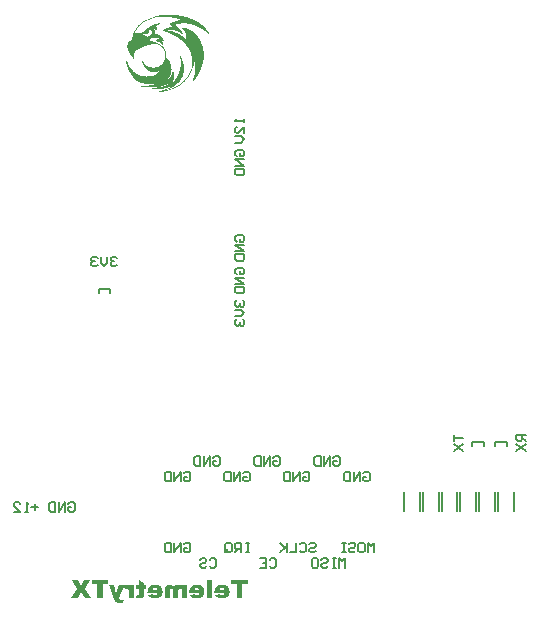
<source format=gbo>
G04*
G04 #@! TF.GenerationSoftware,Altium Limited,Altium Designer,22.1.2 (22)*
G04*
G04 Layer_Color=32896*
%FSLAX25Y25*%
%MOIN*%
G70*
G04*
G04 #@! TF.SameCoordinates,5B492A3F-CB9A-4010-B6E6-7C5E2EA9E8FC*
G04*
G04*
G04 #@! TF.FilePolarity,Positive*
G04*
G01*
G75*
%ADD10C,0.00787*%
%ADD13C,0.00500*%
%ADD14C,0.00591*%
%ADD15C,0.00598*%
%ADD104C,0.00600*%
G36*
X69989Y200855D02*
X69155D01*
Y200791D01*
X68641D01*
Y200727D01*
X68191D01*
Y200663D01*
X67870D01*
Y200599D01*
X67549D01*
Y200535D01*
X67292D01*
Y200470D01*
X67036D01*
Y200406D01*
X66843D01*
Y200342D01*
X66586D01*
Y200278D01*
X66394D01*
Y200214D01*
X66201D01*
Y200149D01*
X66008D01*
Y200085D01*
X65816D01*
Y200021D01*
X65623D01*
Y199957D01*
X65430D01*
Y199892D01*
X65238D01*
Y199828D01*
X65045D01*
Y199764D01*
X64917D01*
Y199700D01*
X64724D01*
Y199636D01*
X64532D01*
Y199571D01*
X64403D01*
Y199507D01*
X64275D01*
Y199443D01*
X64082D01*
Y199379D01*
X63954D01*
Y199315D01*
X63825D01*
Y199250D01*
X63633D01*
Y199186D01*
X63504D01*
Y199122D01*
X63376D01*
Y199058D01*
X63248D01*
Y198994D01*
X63119D01*
Y198929D01*
X62991D01*
Y198865D01*
X62862D01*
Y198801D01*
X62734D01*
Y198737D01*
X62605D01*
Y198672D01*
X62541D01*
Y198608D01*
X62413D01*
Y198544D01*
X62349D01*
Y198480D01*
X62220D01*
Y198416D01*
X62156D01*
Y198352D01*
X62092D01*
Y198287D01*
X61963D01*
Y198223D01*
X61899D01*
Y198159D01*
X61835D01*
Y198095D01*
X61771D01*
Y198030D01*
X61707D01*
Y197966D01*
X61578D01*
Y197902D01*
X61514D01*
Y197838D01*
X61450D01*
Y197774D01*
X61386D01*
Y197709D01*
X61321D01*
Y197645D01*
X61257D01*
Y197581D01*
X61193D01*
Y197517D01*
X61129D01*
Y197453D01*
X61064D01*
Y197388D01*
X61000D01*
Y197324D01*
X60936D01*
Y197260D01*
X60872D01*
Y197196D01*
X60808D01*
Y197132D01*
Y197067D01*
X60743D01*
Y197003D01*
X60679D01*
Y196939D01*
X60615D01*
Y196875D01*
X60551D01*
Y196811D01*
X60487D01*
Y196746D01*
Y196682D01*
X60422D01*
Y196618D01*
X60358D01*
Y196554D01*
X60294D01*
Y196490D01*
Y196425D01*
X60230D01*
Y196361D01*
X60166D01*
Y196297D01*
X60101D01*
Y196233D01*
Y196168D01*
X60037D01*
Y196104D01*
X59973D01*
Y196040D01*
Y195976D01*
X59909D01*
Y195912D01*
X59845D01*
Y195847D01*
Y195783D01*
X59780D01*
Y195719D01*
Y195655D01*
X59716D01*
Y195591D01*
X59652D01*
Y195527D01*
Y195462D01*
X59588D01*
Y195398D01*
X59524D01*
Y195334D01*
Y195270D01*
X59459D01*
Y195205D01*
Y195141D01*
Y195077D01*
X59395D01*
Y195013D01*
Y194949D01*
Y194884D01*
X59331D01*
Y194820D01*
Y194756D01*
Y194692D01*
X59267D01*
Y194628D01*
Y194563D01*
Y194499D01*
X59202D01*
Y194435D01*
Y194371D01*
X59138D01*
Y194307D01*
Y194242D01*
Y194178D01*
X59074D01*
Y194114D01*
Y194050D01*
Y193985D01*
X59010D01*
Y193921D01*
Y193857D01*
Y193793D01*
X58946D01*
Y193729D01*
Y193665D01*
Y193600D01*
X58881D01*
Y193536D01*
Y193472D01*
Y193408D01*
X58817D01*
Y193343D01*
Y193279D01*
Y193215D01*
X58753D01*
Y193151D01*
Y193087D01*
Y193022D01*
X58689D01*
Y192958D01*
Y192894D01*
Y192830D01*
X58625D01*
Y192766D01*
Y192701D01*
Y192637D01*
X58561D01*
Y192573D01*
Y192509D01*
Y192445D01*
X58496D01*
Y192380D01*
X58432D01*
Y192316D01*
X58368D01*
Y192252D01*
X58239D01*
Y192188D01*
X58175D01*
Y192123D01*
X58047D01*
Y192059D01*
X57983D01*
Y191995D01*
X57918D01*
Y191931D01*
X57854D01*
Y191867D01*
X57790D01*
Y191803D01*
X57726D01*
Y191738D01*
X57662D01*
Y191674D01*
X57597D01*
Y191610D01*
X57533D01*
Y191546D01*
Y191481D01*
X57469D01*
Y191417D01*
X57405D01*
Y191353D01*
Y191289D01*
X57341D01*
Y191225D01*
Y191160D01*
X57276D01*
Y191096D01*
Y191032D01*
Y190968D01*
X57212D01*
Y190904D01*
Y190839D01*
Y190775D01*
Y190711D01*
Y190647D01*
X57148D01*
Y190583D01*
Y190518D01*
Y190454D01*
Y190390D01*
Y190326D01*
Y190262D01*
Y190197D01*
Y190133D01*
Y190069D01*
Y190005D01*
X57212D01*
Y189941D01*
Y189876D01*
Y189812D01*
Y189748D01*
Y189684D01*
X57276D01*
Y189620D01*
Y189555D01*
Y189491D01*
Y189427D01*
X57341D01*
Y189363D01*
Y189298D01*
Y189234D01*
X57405D01*
Y189170D01*
Y189106D01*
Y189042D01*
X57469D01*
Y188977D01*
Y188913D01*
X57533D01*
Y188849D01*
Y188785D01*
X57597D01*
Y188721D01*
Y188656D01*
X57662D01*
Y188592D01*
Y188528D01*
X57726D01*
Y188464D01*
Y188400D01*
X57790D01*
Y188335D01*
Y188271D01*
X57854D01*
Y188207D01*
X57918D01*
Y188143D01*
Y188079D01*
X57983D01*
Y188014D01*
Y187950D01*
X58047D01*
Y187886D01*
X58111D01*
Y187822D01*
Y187758D01*
X58175D01*
Y187693D01*
X58239D01*
Y187629D01*
Y187565D01*
X58304D01*
Y187501D01*
X58368D01*
Y187436D01*
X58432D01*
Y187372D01*
Y187308D01*
X58496D01*
Y187244D01*
X58561D01*
Y187180D01*
Y187116D01*
X58625D01*
Y187051D01*
X58689D01*
Y186987D01*
X58753D01*
Y186923D01*
X58817D01*
Y186859D01*
Y186794D01*
X58881D01*
Y186730D01*
X58946D01*
Y186666D01*
X59010D01*
Y186602D01*
X59074D01*
Y186538D01*
Y186473D01*
X59138D01*
Y186409D01*
X59202D01*
Y186345D01*
X59267D01*
Y186281D01*
X59459D01*
Y186345D01*
X59524D01*
Y186409D01*
Y186473D01*
Y186538D01*
Y186602D01*
Y186666D01*
Y186730D01*
Y186794D01*
Y186859D01*
Y186923D01*
Y186987D01*
Y187051D01*
Y187116D01*
Y187180D01*
Y187244D01*
Y187308D01*
Y187372D01*
Y187436D01*
Y187501D01*
X59588D01*
Y187565D01*
Y187629D01*
Y187693D01*
Y187758D01*
Y187822D01*
Y187886D01*
Y187950D01*
Y188014D01*
Y188079D01*
Y188143D01*
Y188207D01*
X59652D01*
Y188271D01*
Y188335D01*
Y188400D01*
X59716D01*
Y188464D01*
Y188528D01*
Y188592D01*
X59780D01*
Y188656D01*
Y188721D01*
X59845D01*
Y188785D01*
X59909D01*
Y188849D01*
X59973D01*
Y188913D01*
X60037D01*
Y188977D01*
X60101D01*
Y189042D01*
X60166D01*
Y189106D01*
X60294D01*
Y189170D01*
X60358D01*
Y189234D01*
X60487D01*
Y189298D01*
X60615D01*
Y189363D01*
X60743D01*
Y189427D01*
X60936D01*
Y189491D01*
X61064D01*
Y189555D01*
X61193D01*
Y189620D01*
X61321D01*
Y189684D01*
X61450D01*
Y189748D01*
X61642D01*
Y189812D01*
X61771D01*
Y189876D01*
X61899D01*
Y189941D01*
X62028D01*
Y190005D01*
X62220D01*
Y190069D01*
X62349D01*
Y190133D01*
X62541D01*
Y190197D01*
X62670D01*
Y190262D01*
X62862D01*
Y190326D01*
X62991D01*
Y190390D01*
X63183D01*
Y190454D01*
X63376D01*
Y190518D01*
X63504D01*
Y190583D01*
X63697D01*
Y190647D01*
X63890D01*
Y190711D01*
X64082D01*
Y190775D01*
X64339D01*
Y190839D01*
X64532D01*
Y190904D01*
X64789D01*
Y190968D01*
X65045D01*
Y191032D01*
X65302D01*
Y191096D01*
X65623D01*
Y191160D01*
X66907D01*
Y191096D01*
X67164D01*
Y191032D01*
X67421D01*
Y190968D01*
X67549D01*
Y190904D01*
X67678D01*
Y190839D01*
X67806D01*
Y190775D01*
X67935D01*
Y190711D01*
X67999D01*
Y190647D01*
X68127D01*
Y190583D01*
X68191D01*
Y190518D01*
X68320D01*
Y190454D01*
X68384D01*
Y190390D01*
X68448D01*
Y190326D01*
X68577D01*
Y190262D01*
X68641D01*
Y190197D01*
X68705D01*
Y190133D01*
X68769D01*
Y190069D01*
X68833D01*
Y190005D01*
X68898D01*
Y189941D01*
X68962D01*
Y189876D01*
Y189812D01*
X69026D01*
Y189748D01*
X69090D01*
Y189684D01*
X69155D01*
Y189620D01*
Y189555D01*
X69219D01*
Y189491D01*
X69283D01*
Y189427D01*
Y189363D01*
X69347D01*
Y189298D01*
X69411D01*
Y189234D01*
Y189170D01*
X69476D01*
Y189106D01*
Y189042D01*
X69540D01*
Y188977D01*
Y188913D01*
X69604D01*
Y188849D01*
Y188785D01*
X69668D01*
Y188721D01*
Y188656D01*
Y188592D01*
X69732D01*
Y188528D01*
Y188464D01*
Y188400D01*
X69797D01*
Y188335D01*
Y188271D01*
Y188207D01*
Y188143D01*
X69861D01*
Y188079D01*
Y188014D01*
Y187950D01*
Y187886D01*
Y187822D01*
Y187758D01*
X69925D01*
Y187693D01*
Y187629D01*
Y187565D01*
Y187501D01*
Y187436D01*
Y187372D01*
Y187308D01*
Y187244D01*
Y187180D01*
Y187116D01*
Y187051D01*
Y186987D01*
Y186923D01*
Y186859D01*
Y186794D01*
X69861D01*
Y186730D01*
Y186666D01*
Y186602D01*
Y186538D01*
Y186473D01*
Y186409D01*
X69797D01*
Y186345D01*
Y186281D01*
Y186217D01*
Y186152D01*
X69732D01*
Y186088D01*
Y186024D01*
Y185960D01*
X69668D01*
Y185896D01*
Y185831D01*
Y185767D01*
X69604D01*
Y185703D01*
Y185639D01*
X69540D01*
Y185574D01*
Y185510D01*
X69476D01*
Y185446D01*
Y185382D01*
X69411D01*
Y185318D01*
Y185254D01*
X69347D01*
Y185189D01*
Y185125D01*
X69283D01*
Y185061D01*
X69219D01*
Y184997D01*
Y184932D01*
X69155D01*
Y184868D01*
X69090D01*
Y184804D01*
X69026D01*
Y184740D01*
Y184676D01*
X68962D01*
Y184611D01*
X68898D01*
Y184547D01*
X68833D01*
Y184483D01*
X68769D01*
Y184419D01*
X68705D01*
Y184355D01*
X68641D01*
Y184290D01*
X68577D01*
Y184226D01*
X68512D01*
Y184162D01*
X68384D01*
Y184098D01*
X68320D01*
Y184034D01*
X68256D01*
Y183969D01*
X68127D01*
Y183905D01*
X68063D01*
Y183841D01*
X67935D01*
Y183777D01*
X67806D01*
Y183713D01*
X67678D01*
Y183648D01*
X67549D01*
Y183584D01*
X67421D01*
Y183520D01*
X67228D01*
Y183456D01*
X67036D01*
Y183391D01*
X66779D01*
Y183327D01*
X66458D01*
Y183263D01*
X65366D01*
Y183327D01*
X65045D01*
Y183391D01*
X64789D01*
Y183456D01*
X64596D01*
Y183520D01*
X64403D01*
Y183584D01*
X64275D01*
Y183648D01*
X64146D01*
Y183713D01*
X64018D01*
Y183777D01*
X63890D01*
Y183841D01*
X63761D01*
Y183905D01*
X63697D01*
Y183969D01*
X63569D01*
Y184034D01*
X63504D01*
Y184098D01*
X63440D01*
Y184162D01*
X63376D01*
Y184226D01*
X63248D01*
Y184290D01*
X63183D01*
Y184355D01*
X63119D01*
Y184419D01*
X63055D01*
Y184483D01*
X62991D01*
Y184547D01*
X62927D01*
Y184611D01*
X62862D01*
Y184676D01*
Y184740D01*
X62798D01*
Y184804D01*
X62734D01*
Y184868D01*
X62670D01*
Y184932D01*
Y184997D01*
X62605D01*
Y185061D01*
X62541D01*
Y185125D01*
Y185189D01*
X62477D01*
Y185254D01*
X62413D01*
Y185318D01*
Y185382D01*
X62349D01*
Y185446D01*
Y185510D01*
X62284D01*
Y185574D01*
Y185639D01*
X62156D01*
Y185703D01*
X61963D01*
Y185639D01*
Y185574D01*
Y185510D01*
X62028D01*
Y185446D01*
Y185382D01*
Y185318D01*
X62092D01*
Y185254D01*
Y185189D01*
Y185125D01*
X62156D01*
Y185061D01*
Y184997D01*
Y184932D01*
X62220D01*
Y184868D01*
Y184804D01*
X62284D01*
Y184740D01*
Y184676D01*
X62349D01*
Y184611D01*
Y184547D01*
Y184483D01*
X62413D01*
Y184419D01*
Y184355D01*
X62477D01*
Y184290D01*
Y184226D01*
X62541D01*
Y184162D01*
X62605D01*
Y184098D01*
Y184034D01*
X62670D01*
Y183969D01*
Y183905D01*
X62734D01*
Y183841D01*
Y183777D01*
X62798D01*
Y183713D01*
X62862D01*
Y183648D01*
Y183584D01*
X62927D01*
Y183520D01*
X62991D01*
Y183456D01*
X63055D01*
Y183391D01*
Y183327D01*
X63119D01*
Y183263D01*
X63183D01*
Y183199D01*
X63248D01*
Y183135D01*
X63312D01*
Y183071D01*
X63376D01*
Y183006D01*
Y182942D01*
X63440D01*
Y182878D01*
X63504D01*
Y182814D01*
X63633D01*
Y182749D01*
X63697D01*
Y182685D01*
X63761D01*
Y182621D01*
X63825D01*
Y182557D01*
X63890D01*
Y182493D01*
X64018D01*
Y182428D01*
X64082D01*
Y182364D01*
X64146D01*
Y182300D01*
X64275D01*
Y182236D01*
X64403D01*
Y182172D01*
X64532D01*
Y182107D01*
X64660D01*
Y182043D01*
X64789D01*
Y181979D01*
X64981D01*
Y181915D01*
X65174D01*
Y181851D01*
X65430D01*
Y181786D01*
X65944D01*
Y181722D01*
X66522D01*
Y181786D01*
X66971D01*
Y181851D01*
X67228D01*
Y181915D01*
X67292D01*
Y181979D01*
X67357D01*
Y182043D01*
Y182107D01*
Y182172D01*
X67421D01*
Y182236D01*
X67485D01*
Y182172D01*
X67678D01*
Y182236D01*
X67935D01*
Y182172D01*
Y182107D01*
X67870D01*
Y182043D01*
Y181979D01*
X67806D01*
Y181915D01*
X67742D01*
Y181851D01*
Y181786D01*
X67678D01*
Y181722D01*
X67614D01*
Y181658D01*
X67549D01*
Y181594D01*
X67485D01*
Y181530D01*
X67421D01*
Y181465D01*
X67357D01*
Y181401D01*
X67292D01*
Y181337D01*
X67228D01*
Y181273D01*
X67164D01*
Y181209D01*
X67036D01*
Y181144D01*
X66971D01*
Y181080D01*
X66843D01*
Y181016D01*
X66779D01*
Y180952D01*
X66650D01*
Y180887D01*
X66458D01*
Y180823D01*
X66329D01*
Y180759D01*
X66137D01*
Y180695D01*
X65944D01*
Y180631D01*
X65687D01*
Y180567D01*
X65366D01*
Y180502D01*
X65045D01*
Y180438D01*
X64660D01*
Y180374D01*
X63825D01*
Y180310D01*
X63376D01*
Y180374D01*
X62605D01*
Y180438D01*
X62220D01*
Y180502D01*
X61963D01*
Y180567D01*
X61707D01*
Y180631D01*
X61514D01*
Y180695D01*
X61321D01*
Y180759D01*
X61193D01*
Y180823D01*
X61000D01*
Y180887D01*
X60872D01*
Y180952D01*
X60743D01*
Y181016D01*
X60615D01*
Y181080D01*
X60487D01*
Y181144D01*
X60422D01*
Y181209D01*
X60294D01*
Y181273D01*
X60166D01*
Y181337D01*
X60101D01*
Y181401D01*
X59973D01*
Y181465D01*
X59909D01*
Y181530D01*
X59780D01*
Y181594D01*
X59716D01*
Y181658D01*
X59652D01*
Y181722D01*
X59588D01*
Y181786D01*
X59459D01*
Y181851D01*
X59395D01*
Y181915D01*
X59331D01*
Y181979D01*
X59267D01*
Y182043D01*
X59202D01*
Y182107D01*
X59138D01*
Y182172D01*
X59074D01*
Y182236D01*
X59010D01*
Y182300D01*
X58946D01*
Y182364D01*
X58881D01*
Y182428D01*
X58817D01*
Y182493D01*
X58753D01*
Y182557D01*
X58689D01*
Y182621D01*
X58625D01*
Y182685D01*
Y182749D01*
X58561D01*
Y182814D01*
X58496D01*
Y182878D01*
X58432D01*
Y182942D01*
Y183006D01*
X58368D01*
Y183071D01*
X58304D01*
Y183135D01*
X58239D01*
Y183199D01*
Y183263D01*
X58175D01*
Y183327D01*
X58111D01*
Y183391D01*
Y183456D01*
X58047D01*
Y183520D01*
X57983D01*
Y183584D01*
Y183648D01*
X57918D01*
Y183713D01*
X57854D01*
Y183777D01*
Y183841D01*
X57790D01*
Y183905D01*
Y183969D01*
X57726D01*
Y184034D01*
Y184098D01*
X57662D01*
Y184162D01*
Y184226D01*
X57597D01*
Y184290D01*
Y184355D01*
X57533D01*
Y184419D01*
Y184483D01*
X57469D01*
Y184547D01*
Y184611D01*
X57405D01*
Y184676D01*
Y184740D01*
X57341D01*
Y184804D01*
Y184868D01*
X57276D01*
Y184932D01*
Y184997D01*
Y185061D01*
X57212D01*
Y185125D01*
Y185189D01*
X57148D01*
Y185254D01*
Y185318D01*
Y185382D01*
X57084D01*
Y185446D01*
Y185510D01*
Y185574D01*
X57020D01*
Y185639D01*
X56827D01*
Y185574D01*
X56763D01*
Y185510D01*
Y185446D01*
Y185382D01*
Y185318D01*
Y185254D01*
Y185189D01*
X56827D01*
Y185125D01*
Y185061D01*
Y184997D01*
Y184932D01*
Y184868D01*
X56891D01*
Y184804D01*
Y184740D01*
Y184676D01*
Y184611D01*
X56955D01*
Y184547D01*
Y184483D01*
Y184419D01*
Y184355D01*
X57020D01*
Y184290D01*
Y184226D01*
Y184162D01*
X57084D01*
Y184098D01*
Y184034D01*
Y183969D01*
Y183905D01*
X57148D01*
Y183841D01*
Y183777D01*
Y183713D01*
X57212D01*
Y183648D01*
Y183584D01*
Y183520D01*
X57276D01*
Y183456D01*
Y183391D01*
Y183327D01*
X57341D01*
Y183263D01*
Y183199D01*
X57405D01*
Y183135D01*
Y183071D01*
Y183006D01*
X57469D01*
Y182942D01*
Y182878D01*
X57533D01*
Y182814D01*
Y182749D01*
Y182685D01*
X57597D01*
Y182621D01*
Y182557D01*
X57662D01*
Y182493D01*
Y182428D01*
X57726D01*
Y182364D01*
Y182300D01*
X57790D01*
Y182236D01*
Y182172D01*
X57854D01*
Y182107D01*
Y182043D01*
X57918D01*
Y181979D01*
Y181915D01*
X57983D01*
Y181851D01*
Y181786D01*
X58047D01*
Y181722D01*
Y181658D01*
X58111D01*
Y181594D01*
Y181530D01*
X58175D01*
Y181465D01*
Y181401D01*
X58239D01*
Y181337D01*
X58304D01*
Y181273D01*
Y181209D01*
X58368D01*
Y181144D01*
Y181080D01*
X58432D01*
Y181016D01*
X58496D01*
Y180952D01*
Y180887D01*
X58561D01*
Y180823D01*
X58625D01*
Y180759D01*
Y180695D01*
X58689D01*
Y180631D01*
X58753D01*
Y180567D01*
Y180502D01*
X58817D01*
Y180438D01*
X58881D01*
Y180374D01*
X58946D01*
Y180310D01*
Y180245D01*
X59010D01*
Y180181D01*
X59074D01*
Y180117D01*
X59138D01*
Y180053D01*
X59202D01*
Y179989D01*
Y179924D01*
X59267D01*
Y179860D01*
X59331D01*
Y179796D01*
X59395D01*
Y179732D01*
X59459D01*
Y179668D01*
X59524D01*
Y179603D01*
X59588D01*
Y179539D01*
X59652D01*
Y179475D01*
X59716D01*
Y179411D01*
X59780D01*
Y179347D01*
X59845D01*
Y179282D01*
X59909D01*
Y179218D01*
X59973D01*
Y179154D01*
X60037D01*
Y179090D01*
X60166D01*
Y179025D01*
X60230D01*
Y178961D01*
X60294D01*
Y178897D01*
X60422D01*
Y178833D01*
X60487D01*
Y178769D01*
X60615D01*
Y178705D01*
X60743D01*
Y178640D01*
X60872D01*
Y178576D01*
X61000D01*
Y178512D01*
X61129D01*
Y178448D01*
X61257D01*
Y178384D01*
X61386D01*
Y178319D01*
X61578D01*
Y178255D01*
X61771D01*
Y178191D01*
X61963D01*
Y178127D01*
X62156D01*
Y178062D01*
X62413D01*
Y177998D01*
X62670D01*
Y177934D01*
X62991D01*
Y177870D01*
X63312D01*
Y177806D01*
X63825D01*
Y177741D01*
X64724D01*
Y177677D01*
X65623D01*
Y177741D01*
X66201D01*
Y177677D01*
X66073D01*
Y177613D01*
X65816D01*
Y177549D01*
X65559D01*
Y177485D01*
X65238D01*
Y177420D01*
X64917D01*
Y177356D01*
X64532D01*
Y177292D01*
X63954D01*
Y177228D01*
X62220D01*
Y177164D01*
X62092D01*
Y177099D01*
X61963D01*
Y177035D01*
X61899D01*
Y176971D01*
X62092D01*
Y176907D01*
X62477D01*
Y176842D01*
X62927D01*
Y176778D01*
X63376D01*
Y176714D01*
X64082D01*
Y176650D01*
X66650D01*
Y176714D01*
X67228D01*
Y176778D01*
X67678D01*
Y176842D01*
X68063D01*
Y176907D01*
X68320D01*
Y176971D01*
X68577D01*
Y177035D01*
X68833D01*
Y177099D01*
X69090D01*
Y177164D01*
X69283D01*
Y177228D01*
X69476D01*
Y177292D01*
X69604D01*
Y177356D01*
X69797D01*
Y177420D01*
X69925D01*
Y177485D01*
X70118D01*
Y177549D01*
X70246D01*
Y177613D01*
X70374D01*
Y177677D01*
X70503D01*
Y177741D01*
X70631D01*
Y177806D01*
X70760D01*
Y177870D01*
X70824D01*
Y177934D01*
X70952D01*
Y177998D01*
X71081D01*
Y178062D01*
X71145D01*
Y177998D01*
X71081D01*
Y177934D01*
X71016D01*
Y177870D01*
X70888D01*
Y177806D01*
X70824D01*
Y177741D01*
X70760D01*
Y177677D01*
X70631D01*
Y177613D01*
X70503D01*
Y177549D01*
X70374D01*
Y177485D01*
X70246D01*
Y177420D01*
X70118D01*
Y177356D01*
X69989D01*
Y177292D01*
X69861D01*
Y177228D01*
X69668D01*
Y177164D01*
X69476D01*
Y177099D01*
X69283D01*
Y177035D01*
X69090D01*
Y176971D01*
X68898D01*
Y176907D01*
X68641D01*
Y176842D01*
X68320D01*
Y176778D01*
X67999D01*
Y176714D01*
X67614D01*
Y176650D01*
X67100D01*
Y176586D01*
X66650D01*
Y176522D01*
X65880D01*
Y176457D01*
X65751D01*
Y176393D01*
X65623D01*
Y176329D01*
X65495D01*
Y176265D01*
X65751D01*
Y176200D01*
X66329D01*
Y176136D01*
X68384D01*
Y176200D01*
X69026D01*
Y176265D01*
X69476D01*
Y176329D01*
X69797D01*
Y176393D01*
X70118D01*
Y176457D01*
X70439D01*
Y176522D01*
X70631D01*
Y176586D01*
X70888D01*
Y176650D01*
X71081D01*
Y176714D01*
X71273D01*
Y176778D01*
X71466D01*
Y176842D01*
X71658D01*
Y176907D01*
X71851D01*
Y176971D01*
X71979D01*
Y177035D01*
X72044D01*
Y176971D01*
X71979D01*
Y176907D01*
X71851D01*
Y176842D01*
X71723D01*
Y176778D01*
X71594D01*
Y176714D01*
X71466D01*
Y176650D01*
X71337D01*
Y176586D01*
X71209D01*
Y176522D01*
X71081D01*
Y176457D01*
X70888D01*
Y176393D01*
X70760D01*
Y176329D01*
X70631D01*
Y176265D01*
X70439D01*
Y176200D01*
X70310D01*
Y176136D01*
X70118D01*
Y176072D01*
X69925D01*
Y176008D01*
X69732D01*
Y175944D01*
X69540D01*
Y175879D01*
X69347D01*
Y175815D01*
X69155D01*
Y175751D01*
X68962D01*
Y175687D01*
X68705D01*
Y175623D01*
X68512D01*
Y175558D01*
X68256D01*
Y175494D01*
X68127D01*
Y175430D01*
X67999D01*
Y175366D01*
X67935D01*
Y175302D01*
X67870D01*
Y175237D01*
X68127D01*
Y175173D01*
X68384D01*
Y175237D01*
X68833D01*
Y175302D01*
X69283D01*
Y175366D01*
X69668D01*
Y175430D01*
X69989D01*
Y175494D01*
X70310D01*
Y175558D01*
X70567D01*
Y175623D01*
X70824D01*
Y175687D01*
X71081D01*
Y175751D01*
X71273D01*
Y175815D01*
X71530D01*
Y175879D01*
X71723D01*
Y175944D01*
X71915D01*
Y176008D01*
X72108D01*
Y176072D01*
X72236D01*
Y176136D01*
X72429D01*
Y176200D01*
X72557D01*
Y176265D01*
X72750D01*
Y176329D01*
X72878D01*
Y176393D01*
X73007D01*
Y176457D01*
X73199D01*
Y176522D01*
X73328D01*
Y176586D01*
X73456D01*
Y176650D01*
X73585D01*
Y176714D01*
X73713D01*
Y176778D01*
X73777D01*
Y176842D01*
X73906D01*
Y176907D01*
X74034D01*
Y176971D01*
X74163D01*
Y177035D01*
X74227D01*
Y177099D01*
X74355D01*
Y177164D01*
X74484D01*
Y177228D01*
X74548D01*
Y177292D01*
X74676D01*
Y177356D01*
X74740D01*
Y177420D01*
X74869D01*
Y177485D01*
X74933D01*
Y177549D01*
X74997D01*
Y177613D01*
X75126D01*
Y177677D01*
X75190D01*
Y177741D01*
X75254D01*
Y177806D01*
X75382D01*
Y177870D01*
X75447D01*
Y177934D01*
X75511D01*
Y177998D01*
X75575D01*
Y178062D01*
X75704D01*
Y178127D01*
X75768D01*
Y178191D01*
X75832D01*
Y178255D01*
X75896D01*
Y178319D01*
X75960D01*
Y178384D01*
X76025D01*
Y178448D01*
X76089D01*
Y178512D01*
X76153D01*
Y178576D01*
X76217D01*
Y178640D01*
X76281D01*
Y178705D01*
X76345D01*
Y178769D01*
X76410D01*
Y178833D01*
X76474D01*
Y178897D01*
X76538D01*
Y178961D01*
X76602D01*
Y179025D01*
X76666D01*
Y179090D01*
X76731D01*
Y179154D01*
X76795D01*
Y179218D01*
X76859D01*
Y179282D01*
Y179347D01*
X76923D01*
Y179411D01*
X76988D01*
Y179475D01*
X77052D01*
Y179539D01*
X77116D01*
Y179603D01*
X77180D01*
Y179668D01*
Y179732D01*
X77244D01*
Y179796D01*
X77309D01*
Y179860D01*
X77373D01*
Y179924D01*
Y179989D01*
X77437D01*
Y180053D01*
X77501D01*
Y180117D01*
Y180181D01*
X77565D01*
Y180245D01*
X77630D01*
Y180310D01*
Y180374D01*
X77694D01*
Y180438D01*
X77758D01*
Y180502D01*
Y180567D01*
X77822D01*
Y180631D01*
X77886D01*
Y180695D01*
Y180759D01*
X77951D01*
Y180823D01*
Y180887D01*
X78015D01*
Y180952D01*
X78079D01*
Y181016D01*
Y181080D01*
X78143D01*
Y181144D01*
Y181209D01*
X78207D01*
Y181273D01*
Y181337D01*
X78272D01*
Y181401D01*
Y181465D01*
X78336D01*
Y181530D01*
Y181594D01*
X78400D01*
Y181658D01*
Y181722D01*
X78464D01*
Y181786D01*
Y181851D01*
X78528D01*
Y181915D01*
Y181979D01*
X78593D01*
Y182043D01*
Y182107D01*
Y182172D01*
X78657D01*
Y182236D01*
Y182300D01*
X78721D01*
Y182364D01*
Y182428D01*
X78785D01*
Y182493D01*
Y182557D01*
Y182621D01*
X78850D01*
Y182685D01*
Y182749D01*
Y182814D01*
X78914D01*
Y182878D01*
Y182942D01*
Y183006D01*
X78978D01*
Y183071D01*
Y183135D01*
X79042D01*
Y183199D01*
Y183263D01*
X79106D01*
Y183327D01*
Y183391D01*
Y183456D01*
Y183520D01*
Y183584D01*
X79171D01*
Y183648D01*
Y183713D01*
Y183777D01*
X79235D01*
Y183841D01*
Y183905D01*
Y183969D01*
X79299D01*
Y184034D01*
Y184098D01*
Y184162D01*
Y184226D01*
X79363D01*
Y184290D01*
Y184355D01*
Y184419D01*
Y184483D01*
X79427D01*
Y184547D01*
Y184611D01*
Y184676D01*
Y184740D01*
X79492D01*
Y184804D01*
Y184868D01*
Y184932D01*
Y184997D01*
X79556D01*
Y185061D01*
Y185125D01*
Y185189D01*
Y185254D01*
X79620D01*
Y185189D01*
Y185125D01*
X79684D01*
Y185061D01*
Y184997D01*
Y184932D01*
Y184868D01*
Y184804D01*
Y184740D01*
Y184676D01*
X79748D01*
Y184611D01*
Y184547D01*
Y184483D01*
Y184419D01*
Y184355D01*
Y184290D01*
Y184226D01*
Y184162D01*
Y184098D01*
Y184034D01*
X79813D01*
Y183969D01*
Y183905D01*
Y183841D01*
Y183777D01*
Y183713D01*
Y183648D01*
Y183584D01*
Y183520D01*
Y183456D01*
Y183391D01*
Y183327D01*
Y183263D01*
Y183199D01*
Y183135D01*
Y183071D01*
Y183006D01*
Y182942D01*
Y182878D01*
Y182814D01*
Y182749D01*
Y182685D01*
Y182621D01*
Y182557D01*
Y182493D01*
Y182428D01*
Y182364D01*
X79748D01*
Y182300D01*
Y182236D01*
Y182172D01*
Y182107D01*
Y182043D01*
Y181979D01*
Y181915D01*
Y181851D01*
Y181786D01*
Y181722D01*
X79684D01*
Y181658D01*
Y181594D01*
Y181530D01*
Y181465D01*
Y181401D01*
Y181337D01*
Y181273D01*
X79620D01*
Y181209D01*
Y181144D01*
Y181080D01*
Y181016D01*
Y180952D01*
X79556D01*
Y180887D01*
Y180823D01*
Y180759D01*
Y180695D01*
Y180631D01*
X79492D01*
Y180567D01*
Y180502D01*
Y180438D01*
Y180374D01*
X79427D01*
Y180310D01*
Y180245D01*
Y180181D01*
Y180117D01*
X79363D01*
Y180053D01*
Y179989D01*
Y179924D01*
Y179860D01*
X79299D01*
Y179796D01*
Y179732D01*
Y179668D01*
X79235D01*
Y179603D01*
Y179539D01*
Y179475D01*
X79171D01*
Y179411D01*
Y179347D01*
Y179282D01*
X79106D01*
Y179218D01*
Y179154D01*
X79042D01*
Y179090D01*
Y179025D01*
Y178961D01*
X78978D01*
Y178897D01*
Y178833D01*
Y178769D01*
Y178705D01*
X79042D01*
Y178640D01*
X79171D01*
Y178705D01*
X79299D01*
Y178769D01*
Y178833D01*
X79363D01*
Y178897D01*
X79427D01*
Y178961D01*
X79492D01*
Y179025D01*
X79556D01*
Y179090D01*
Y179154D01*
X79620D01*
Y179218D01*
X79684D01*
Y179282D01*
X79748D01*
Y179347D01*
X79813D01*
Y179411D01*
Y179475D01*
X79877D01*
Y179539D01*
X79941D01*
Y179603D01*
Y179668D01*
X80005D01*
Y179732D01*
X80070D01*
Y179796D01*
X80134D01*
Y179860D01*
Y179924D01*
X80198D01*
Y179989D01*
X80262D01*
Y180053D01*
Y180117D01*
X80326D01*
Y180181D01*
X80391D01*
Y180245D01*
Y180310D01*
X80455D01*
Y180374D01*
X80519D01*
Y180438D01*
Y180502D01*
X80583D01*
Y180567D01*
Y180631D01*
X80647D01*
Y180695D01*
X80712D01*
Y180759D01*
Y180823D01*
X80776D01*
Y180887D01*
Y180952D01*
X80840D01*
Y181016D01*
X80904D01*
Y181080D01*
Y181144D01*
X80968D01*
Y181209D01*
Y181273D01*
X81033D01*
Y181337D01*
Y181401D01*
X81097D01*
Y181465D01*
X81161D01*
Y181530D01*
Y181594D01*
X81225D01*
Y181658D01*
Y181722D01*
X81289D01*
Y181786D01*
Y181851D01*
X81354D01*
Y181915D01*
Y181979D01*
X81418D01*
Y182043D01*
Y182107D01*
X81482D01*
Y182172D01*
Y182236D01*
Y182300D01*
X81546D01*
Y182364D01*
Y182428D01*
X81610D01*
Y182493D01*
Y182557D01*
X81675D01*
Y182621D01*
Y182685D01*
X81739D01*
Y182749D01*
Y182814D01*
Y182878D01*
X81803D01*
Y182942D01*
Y183006D01*
X81867D01*
Y183071D01*
Y183135D01*
Y183199D01*
X81931D01*
Y183263D01*
Y183327D01*
X81996D01*
Y183391D01*
Y183456D01*
Y183520D01*
X82060D01*
Y183584D01*
Y183648D01*
Y183713D01*
X82124D01*
Y183777D01*
Y183841D01*
Y183905D01*
X82188D01*
Y183969D01*
Y184034D01*
Y184098D01*
X82253D01*
Y184162D01*
Y184226D01*
Y184290D01*
Y184355D01*
X82317D01*
Y184419D01*
Y184483D01*
Y184547D01*
X82381D01*
Y184611D01*
Y184676D01*
Y184740D01*
Y184804D01*
X82445D01*
Y184868D01*
Y184932D01*
Y184997D01*
Y185061D01*
Y185125D01*
X82509D01*
Y185189D01*
Y185254D01*
Y185318D01*
Y185382D01*
Y185446D01*
X82573D01*
Y185510D01*
Y185574D01*
Y185639D01*
Y185703D01*
Y185767D01*
Y185831D01*
X82638D01*
Y185896D01*
Y185960D01*
Y186024D01*
Y186088D01*
Y186152D01*
Y186217D01*
Y186281D01*
Y186345D01*
X82702D01*
Y186409D01*
Y186473D01*
Y186538D01*
Y186602D01*
Y186666D01*
Y186730D01*
Y186794D01*
Y186859D01*
Y186923D01*
Y186987D01*
Y187051D01*
Y187116D01*
Y187180D01*
Y187244D01*
Y187308D01*
Y187372D01*
Y187436D01*
Y187501D01*
Y187565D01*
Y187629D01*
Y187693D01*
Y187758D01*
Y187822D01*
Y187886D01*
Y187950D01*
Y188014D01*
Y188079D01*
Y188143D01*
Y188207D01*
Y188271D01*
Y188335D01*
Y188400D01*
Y188464D01*
Y188528D01*
X82638D01*
Y188592D01*
Y188656D01*
Y188721D01*
Y188785D01*
Y188849D01*
Y188913D01*
Y188977D01*
X82573D01*
Y189042D01*
Y189106D01*
Y189170D01*
Y189234D01*
Y189298D01*
Y189363D01*
X82509D01*
Y189427D01*
Y189491D01*
Y189555D01*
Y189620D01*
Y189684D01*
X82445D01*
Y189748D01*
Y189812D01*
Y189876D01*
Y189941D01*
X82381D01*
Y190005D01*
Y190069D01*
Y190133D01*
Y190197D01*
X82317D01*
Y190262D01*
Y190326D01*
Y190390D01*
X82253D01*
Y190454D01*
Y190518D01*
Y190583D01*
X82188D01*
Y190647D01*
Y190711D01*
Y190775D01*
X82124D01*
Y190839D01*
Y190904D01*
Y190968D01*
X82060D01*
Y191032D01*
Y191096D01*
Y191160D01*
X81996D01*
Y191225D01*
Y191289D01*
X81931D01*
Y191353D01*
Y191417D01*
Y191481D01*
X81867D01*
Y191546D01*
Y191610D01*
X81803D01*
Y191674D01*
Y191738D01*
X81739D01*
Y191803D01*
Y191867D01*
X81675D01*
Y191931D01*
Y191995D01*
Y192059D01*
X81610D01*
Y192123D01*
Y192188D01*
X81546D01*
Y192252D01*
Y192316D01*
X81482D01*
Y192380D01*
Y192445D01*
X81418D01*
Y192509D01*
Y192573D01*
X81354D01*
Y192637D01*
X81289D01*
Y192701D01*
Y192766D01*
X81225D01*
Y192830D01*
Y192894D01*
X81161D01*
Y192958D01*
Y193022D01*
X81097D01*
Y193087D01*
X81033D01*
Y193151D01*
Y193215D01*
X80968D01*
Y193279D01*
X80904D01*
Y193343D01*
Y193408D01*
X80840D01*
Y193472D01*
X80776D01*
Y193536D01*
Y193600D01*
X80712D01*
Y193665D01*
X80647D01*
Y193729D01*
X80583D01*
Y193793D01*
Y193857D01*
X80519D01*
Y193921D01*
X80455D01*
Y193985D01*
X80391D01*
Y194050D01*
X80326D01*
Y194114D01*
Y194178D01*
X80262D01*
Y194242D01*
X80198D01*
Y194307D01*
X80134D01*
Y194371D01*
X80070D01*
Y194435D01*
X80005D01*
Y194499D01*
X79941D01*
Y194563D01*
X79877D01*
Y194628D01*
X79813D01*
Y194692D01*
X79748D01*
Y194756D01*
X79684D01*
Y194820D01*
X79620D01*
Y194884D01*
X79556D01*
Y194949D01*
X79492D01*
Y195013D01*
X79427D01*
Y195077D01*
X79299D01*
Y195141D01*
X79235D01*
Y195205D01*
X79171D01*
Y195270D01*
X79106D01*
Y195334D01*
X78978D01*
Y195398D01*
X78914D01*
Y195462D01*
X78785D01*
Y195527D01*
X78721D01*
Y195591D01*
X78593D01*
Y195655D01*
X78528D01*
Y195719D01*
X78400D01*
Y195783D01*
X78272D01*
Y195847D01*
X78143D01*
Y195912D01*
X78015D01*
Y195976D01*
X77886D01*
Y196040D01*
X77758D01*
Y196104D01*
X77565D01*
Y196168D01*
X77373D01*
Y196233D01*
X77180D01*
Y196297D01*
X76988D01*
Y196361D01*
X76731D01*
Y196425D01*
X76345D01*
Y196490D01*
X75382D01*
Y196425D01*
Y196361D01*
Y196297D01*
X75447D01*
Y196233D01*
X75511D01*
Y196168D01*
X75639D01*
Y196104D01*
X75768D01*
Y196040D01*
X75896D01*
Y195976D01*
X75960D01*
Y195912D01*
X76025D01*
Y195847D01*
X76089D01*
Y195783D01*
X76153D01*
Y195719D01*
X76217D01*
Y195655D01*
Y195591D01*
X76281D01*
Y195527D01*
X76345D01*
Y195462D01*
Y195398D01*
X76410D01*
Y195334D01*
X76474D01*
Y195270D01*
Y195205D01*
X76538D01*
Y195141D01*
Y195077D01*
Y195013D01*
X76602D01*
Y194949D01*
Y194884D01*
X76666D01*
Y194820D01*
Y194756D01*
Y194692D01*
X76731D01*
Y194628D01*
Y194563D01*
Y194499D01*
Y194435D01*
X76795D01*
Y194371D01*
Y194307D01*
Y194242D01*
Y194178D01*
Y194114D01*
X76859D01*
Y194050D01*
Y193985D01*
Y193921D01*
Y193857D01*
Y193793D01*
Y193729D01*
Y193665D01*
Y193600D01*
X76923D01*
Y193536D01*
Y193472D01*
Y193408D01*
Y193343D01*
Y193279D01*
Y193215D01*
Y193151D01*
Y193087D01*
Y193022D01*
Y192958D01*
Y192894D01*
Y192830D01*
Y192766D01*
Y192701D01*
X76859D01*
Y192766D01*
X76795D01*
Y192830D01*
X76731D01*
Y192894D01*
X76666D01*
Y192958D01*
X76602D01*
Y193022D01*
X76474D01*
Y193087D01*
X76410D01*
Y193151D01*
X76345D01*
Y193215D01*
X76281D01*
Y193279D01*
X76153D01*
Y193343D01*
X76089D01*
Y193408D01*
X76025D01*
Y193472D01*
X75896D01*
Y193536D01*
X75832D01*
Y193600D01*
X75768D01*
Y193665D01*
X75639D01*
Y193729D01*
X75575D01*
Y193793D01*
X75447D01*
Y193857D01*
X75382D01*
Y193921D01*
X75254D01*
Y193985D01*
X75126D01*
Y194050D01*
X75061D01*
Y194114D01*
X74933D01*
Y194178D01*
X74805D01*
Y194242D01*
X74740D01*
Y194307D01*
X74612D01*
Y194371D01*
X74484D01*
Y194435D01*
X74355D01*
Y194499D01*
X74227D01*
Y194563D01*
X74098D01*
Y194628D01*
X73970D01*
Y194692D01*
X73842D01*
Y194756D01*
X73713D01*
Y194820D01*
X73520D01*
Y194884D01*
X73392D01*
Y194949D01*
X73264D01*
Y195013D01*
X73071D01*
Y195077D01*
X72878D01*
Y195141D01*
X72686D01*
Y195205D01*
X72493D01*
Y195270D01*
X72300D01*
Y195334D01*
X72044D01*
Y195398D01*
X71851D01*
Y195462D01*
X71530D01*
Y195527D01*
X71273D01*
Y195591D01*
X70888D01*
Y195655D01*
X70824D01*
Y195719D01*
X71081D01*
Y195783D01*
X71466D01*
Y195847D01*
X72172D01*
Y195783D01*
X72622D01*
Y195719D01*
X72878D01*
Y195655D01*
X73135D01*
Y195591D01*
X73328D01*
Y195527D01*
X73520D01*
Y195462D01*
X73649D01*
Y195398D01*
X73842D01*
Y195334D01*
X73970D01*
Y195270D01*
X74098D01*
Y195205D01*
X74227D01*
Y195141D01*
X74355D01*
Y195077D01*
X74484D01*
Y195013D01*
X74612D01*
Y194949D01*
X74740D01*
Y194884D01*
X74869D01*
Y194820D01*
X74933D01*
Y194756D01*
X75061D01*
Y194692D01*
X75126D01*
Y194628D01*
X75254D01*
Y194563D01*
X75318D01*
Y194499D01*
X75639D01*
Y194563D01*
Y194628D01*
Y194692D01*
Y194756D01*
X75575D01*
Y194820D01*
Y194884D01*
Y194949D01*
X75511D01*
Y195013D01*
Y195077D01*
X75447D01*
Y195141D01*
Y195205D01*
X75382D01*
Y195270D01*
X75318D01*
Y195334D01*
Y195398D01*
X75254D01*
Y195462D01*
X75190D01*
Y195527D01*
Y195591D01*
X75126D01*
Y195655D01*
X75061D01*
Y195719D01*
X74997D01*
Y195783D01*
Y195847D01*
X74933D01*
Y195912D01*
X74869D01*
Y195976D01*
X74805D01*
Y196040D01*
X74740D01*
Y196104D01*
X74676D01*
Y196168D01*
X74612D01*
Y196233D01*
X74548D01*
Y196297D01*
X74484D01*
Y196361D01*
X74419D01*
Y196425D01*
X74355D01*
Y196490D01*
X74291D01*
Y196554D01*
X74227D01*
Y196618D01*
X74163D01*
Y196682D01*
X74098D01*
Y196746D01*
X74034D01*
Y196811D01*
X73970D01*
Y196875D01*
X73906D01*
Y196939D01*
X73777D01*
Y197003D01*
X73713D01*
Y197067D01*
X73649D01*
Y197132D01*
X73585D01*
Y197196D01*
X73456D01*
Y197260D01*
X73392D01*
Y197324D01*
X73328D01*
Y197388D01*
X73199D01*
Y197453D01*
X73135D01*
Y197517D01*
X73071D01*
Y197581D01*
X73264D01*
Y197645D01*
X73456D01*
Y197709D01*
X73649D01*
Y197774D01*
X73906D01*
Y197838D01*
X74227D01*
Y197902D01*
X74548D01*
Y197966D01*
X74997D01*
Y198030D01*
X77052D01*
Y197966D01*
X77501D01*
Y197902D01*
X77886D01*
Y197838D01*
X78207D01*
Y197774D01*
X78464D01*
Y197709D01*
X78721D01*
Y197645D01*
X78914D01*
Y197581D01*
X79106D01*
Y197517D01*
X79299D01*
Y197453D01*
X79492D01*
Y197388D01*
X79684D01*
Y197324D01*
X79877D01*
Y197260D01*
X80005D01*
Y197196D01*
X80134D01*
Y197132D01*
X80326D01*
Y197067D01*
X80455D01*
Y197003D01*
X80583D01*
Y196939D01*
X80712D01*
Y196875D01*
X80840D01*
Y196811D01*
X80968D01*
Y196746D01*
X81097D01*
Y196682D01*
X81225D01*
Y196618D01*
X81354D01*
Y196554D01*
X81482D01*
Y196490D01*
X81610D01*
Y196425D01*
X81739D01*
Y196361D01*
X81803D01*
Y196297D01*
X81931D01*
Y196233D01*
X82060D01*
Y196168D01*
X82124D01*
Y196104D01*
X82253D01*
Y196040D01*
X82317D01*
Y195976D01*
X82445D01*
Y195912D01*
X82509D01*
Y195847D01*
X82638D01*
Y195783D01*
X82702D01*
Y195719D01*
X82830D01*
Y195655D01*
X82894D01*
Y195591D01*
X83023D01*
Y195527D01*
X83087D01*
Y195462D01*
X83151D01*
Y195398D01*
X83280D01*
Y195334D01*
X83344D01*
Y195270D01*
X83408D01*
Y195205D01*
X83537D01*
Y195141D01*
X83601D01*
Y195077D01*
X83665D01*
Y195013D01*
X83729D01*
Y194949D01*
X83858D01*
Y194884D01*
X83922D01*
Y194820D01*
X83986D01*
Y194756D01*
X84050D01*
Y194692D01*
X84179D01*
Y194628D01*
X84307D01*
Y194692D01*
Y194756D01*
Y194820D01*
Y194884D01*
Y194949D01*
Y195013D01*
X84243D01*
Y195077D01*
X84179D01*
Y195141D01*
Y195205D01*
X84114D01*
Y195270D01*
Y195334D01*
X84050D01*
Y195398D01*
X83986D01*
Y195462D01*
Y195527D01*
X83922D01*
Y195591D01*
X83858D01*
Y195655D01*
Y195719D01*
X83793D01*
Y195783D01*
X83729D01*
Y195847D01*
X83665D01*
Y195912D01*
Y195976D01*
X83601D01*
Y196040D01*
X83537D01*
Y196104D01*
X83472D01*
Y196168D01*
X83408D01*
Y196233D01*
X83344D01*
Y196297D01*
Y196361D01*
X83280D01*
Y196425D01*
X83216D01*
Y196490D01*
X83151D01*
Y196554D01*
X83087D01*
Y196618D01*
X83023D01*
Y196682D01*
X82959D01*
Y196746D01*
X82894D01*
Y196811D01*
X82830D01*
Y196875D01*
X82766D01*
Y196939D01*
X82702D01*
Y197003D01*
X82638D01*
Y197067D01*
X82573D01*
Y197132D01*
X82509D01*
Y197196D01*
X82445D01*
Y197260D01*
X82381D01*
Y197324D01*
X82253D01*
Y197388D01*
X82188D01*
Y197453D01*
X82124D01*
Y197517D01*
X82060D01*
Y197581D01*
X81996D01*
Y197645D01*
X81867D01*
Y197709D01*
X81803D01*
Y197774D01*
X81739D01*
Y197838D01*
X81610D01*
Y197902D01*
X81546D01*
Y197966D01*
X81482D01*
Y198030D01*
X81354D01*
Y198095D01*
X81289D01*
Y198159D01*
X81161D01*
Y198223D01*
X81097D01*
Y198287D01*
X80968D01*
Y198352D01*
X80904D01*
Y198416D01*
X80776D01*
Y198480D01*
X80647D01*
Y198544D01*
X80583D01*
Y198608D01*
X80455D01*
Y198672D01*
X80326D01*
Y198737D01*
X80198D01*
Y198801D01*
X80070D01*
Y198865D01*
X79941D01*
Y198929D01*
X79877D01*
Y198994D01*
X79748D01*
Y199058D01*
X79556D01*
Y199122D01*
X79427D01*
Y199186D01*
X79299D01*
Y199250D01*
X79171D01*
Y199315D01*
X79042D01*
Y199379D01*
X78850D01*
Y199443D01*
X78721D01*
Y199507D01*
X78528D01*
Y199571D01*
X78400D01*
Y199636D01*
X78207D01*
Y199700D01*
X78015D01*
Y199764D01*
X77886D01*
Y199828D01*
X77694D01*
Y199892D01*
X77501D01*
Y199957D01*
X77309D01*
Y200021D01*
X77052D01*
Y200085D01*
X76859D01*
Y200149D01*
X76602D01*
Y200214D01*
X76345D01*
Y200278D01*
X76089D01*
Y200342D01*
X75832D01*
Y200406D01*
X75575D01*
Y200470D01*
X75254D01*
Y200535D01*
X74933D01*
Y200599D01*
X74548D01*
Y200663D01*
X74098D01*
Y200727D01*
X73649D01*
Y200791D01*
X73007D01*
Y200855D01*
X72108D01*
Y200920D01*
X69989D01*
Y200855D01*
D02*
G37*
G36*
X56945Y10911D02*
X57055Y10900D01*
X57164Y10867D01*
X57251Y10834D01*
X57317Y10802D01*
X57372Y10780D01*
X57404Y10758D01*
X57415Y10747D01*
X57503Y10670D01*
X57579Y10572D01*
X57732Y10364D01*
X57787Y10266D01*
X57831Y10189D01*
X57863Y10135D01*
X57874Y10113D01*
Y10823D01*
X59426D01*
Y6484D01*
X57754D01*
Y7938D01*
Y8124D01*
X57743Y8298D01*
X57732Y8451D01*
X57710Y8594D01*
X57700Y8725D01*
X57678Y8845D01*
X57656Y8943D01*
X57623Y9042D01*
X57601Y9118D01*
X57579Y9184D01*
X57557Y9239D01*
X57546Y9282D01*
X57514Y9337D01*
X57503Y9359D01*
X57426Y9446D01*
X57339Y9512D01*
X57262Y9566D01*
X57175Y9599D01*
X57098Y9621D01*
X57044Y9632D01*
X56923D01*
X56847Y9610D01*
X56694Y9566D01*
X56628Y9544D01*
X56574Y9523D01*
X56541Y9512D01*
X56530Y9501D01*
X56084Y10514D01*
X54399Y6484D01*
X54442Y6364D01*
X54497Y6266D01*
X54552Y6189D01*
X54595Y6123D01*
X54639Y6069D01*
X54672Y6036D01*
X54694Y6025D01*
X54705Y6014D01*
X54781Y5970D01*
X54858Y5938D01*
X55011Y5894D01*
X55087Y5883D01*
X55131Y5872D01*
X55186D01*
X55349Y5883D01*
X55492Y5894D01*
X55634Y5916D01*
X55743Y5938D01*
X55841Y5959D01*
X55918Y5970D01*
X55962Y5992D01*
X55984D01*
X55852Y4823D01*
X55590Y4790D01*
X55360Y4768D01*
X55175Y4746D01*
X55022Y4735D01*
X54901D01*
X54814Y4724D01*
X54584D01*
X54431Y4746D01*
X54158Y4790D01*
X53939Y4845D01*
X53754Y4921D01*
X53612Y4998D01*
X53502Y5052D01*
X53448Y5096D01*
X53426Y5118D01*
X53371Y5173D01*
X53316Y5249D01*
X53207Y5402D01*
X53098Y5577D01*
X53010Y5763D01*
X52934Y5927D01*
X52879Y6058D01*
X52858Y6112D01*
X52836Y6156D01*
X52825Y6178D01*
Y6189D01*
X51098Y10823D01*
X52737D01*
X53568Y7927D01*
X54464Y10823D01*
X56213D01*
X56194Y10778D01*
X56322Y10823D01*
X56453Y10867D01*
X56574Y10889D01*
X56672Y10911D01*
X56749Y10922D01*
X56814D01*
X56945Y10911D01*
D02*
G37*
G36*
X42999Y9599D02*
X45064Y6484D01*
X42999D01*
X41818Y8408D01*
X40627Y6484D01*
X38550D01*
X40594Y9566D01*
X38725Y12474D01*
X40747D01*
X41785Y10627D01*
X42835Y12474D01*
X44879D01*
X42999Y9599D01*
D02*
G37*
G36*
X74226Y10911D02*
X74390Y10900D01*
X74532Y10867D01*
X74652Y10834D01*
X74750Y10802D01*
X74816Y10780D01*
X74871Y10758D01*
X74881Y10747D01*
X75013Y10670D01*
X75133Y10594D01*
X75242Y10495D01*
X75351Y10397D01*
X75439Y10321D01*
X75504Y10244D01*
X75548Y10200D01*
X75559Y10178D01*
Y10823D01*
X77111D01*
Y6484D01*
X75439D01*
Y8692D01*
X75428Y8867D01*
X75406Y9009D01*
X75384Y9129D01*
X75351Y9228D01*
X75319Y9304D01*
X75286Y9359D01*
X75275Y9392D01*
X75264Y9403D01*
X75187Y9479D01*
X75111Y9534D01*
X75034Y9566D01*
X74958Y9599D01*
X74881Y9610D01*
X74827Y9621D01*
X74783D01*
X74663Y9599D01*
X74564Y9566D01*
X74499Y9534D01*
X74488Y9512D01*
X74477D01*
X74390Y9424D01*
X74335Y9348D01*
X74302Y9282D01*
X74291Y9260D01*
Y9249D01*
X74280Y9206D01*
X74269Y9151D01*
X74258Y9020D01*
Y8965D01*
Y8911D01*
Y8878D01*
Y8867D01*
Y6484D01*
X72586D01*
Y8725D01*
X72575Y8889D01*
X72553Y9031D01*
X72531Y9151D01*
X72499Y9239D01*
X72466Y9315D01*
X72433Y9359D01*
X72422Y9392D01*
X72411Y9403D01*
X72346Y9479D01*
X72258Y9534D01*
X72182Y9566D01*
X72105Y9599D01*
X72040Y9610D01*
X71985Y9621D01*
X71941D01*
X71854Y9610D01*
X71766Y9588D01*
X71701Y9544D01*
X71635Y9512D01*
X71592Y9468D01*
X71559Y9424D01*
X71537Y9403D01*
X71526Y9392D01*
X71482Y9337D01*
X71460Y9260D01*
X71417Y9118D01*
Y9053D01*
X71406Y8998D01*
Y8965D01*
Y8954D01*
Y6484D01*
X69733D01*
Y9206D01*
Y9370D01*
X69755Y9512D01*
X69799Y9785D01*
X69854Y10004D01*
X69930Y10189D01*
X70007Y10332D01*
X70061Y10430D01*
X70105Y10485D01*
X70127Y10506D01*
X70291Y10649D01*
X70466Y10747D01*
X70641Y10823D01*
X70815Y10867D01*
X70979Y10900D01*
X71100Y10911D01*
X71154Y10922D01*
X71220D01*
X71395Y10911D01*
X71548Y10900D01*
X71690Y10867D01*
X71799Y10845D01*
X71898Y10812D01*
X71974Y10780D01*
X72018Y10769D01*
X72029Y10758D01*
X72149Y10692D01*
X72269Y10605D01*
X72389Y10506D01*
X72499Y10408D01*
X72597Y10321D01*
X72674Y10244D01*
X72717Y10200D01*
X72739Y10178D01*
X72816Y10310D01*
X72892Y10419D01*
X72980Y10517D01*
X73056Y10594D01*
X73122Y10659D01*
X73176Y10703D01*
X73220Y10725D01*
X73231Y10736D01*
X73351Y10802D01*
X73482Y10845D01*
X73624Y10878D01*
X73756Y10900D01*
X73876Y10911D01*
X73963Y10922D01*
X74051D01*
X74226Y10911D01*
D02*
G37*
G36*
X62826Y11610D02*
Y10823D01*
X63438D01*
Y9610D01*
X62826D01*
Y8080D01*
X62815Y7829D01*
X62804Y7610D01*
X62782Y7424D01*
X62760Y7271D01*
X62738Y7162D01*
X62716Y7085D01*
X62695Y7031D01*
Y7020D01*
X62640Y6910D01*
X62563Y6812D01*
X62498Y6725D01*
X62421Y6659D01*
X62356Y6604D01*
X62301Y6572D01*
X62268Y6550D01*
X62257Y6539D01*
X62137Y6484D01*
X61984Y6451D01*
X61842Y6419D01*
X61689Y6408D01*
X61547Y6397D01*
X61437Y6386D01*
X61339D01*
X61132Y6397D01*
X60935Y6408D01*
X60738Y6430D01*
X60563Y6451D01*
X60410Y6473D01*
X60290Y6495D01*
X60246Y6506D01*
X60213Y6517D01*
X60181D01*
X60312Y7665D01*
X60432Y7632D01*
X60530Y7610D01*
X60618Y7588D01*
X60694Y7577D01*
X60749D01*
X60793Y7566D01*
X60825D01*
X60891Y7577D01*
X60957Y7588D01*
X61044Y7632D01*
X61088Y7676D01*
X61110Y7697D01*
X61121Y7741D01*
X61132Y7796D01*
X61142Y7916D01*
X61153Y7971D01*
Y8025D01*
Y8058D01*
Y8069D01*
Y9610D01*
X60235D01*
Y10823D01*
X61153D01*
Y12474D01*
X62826Y11610D01*
D02*
G37*
G36*
X89047Y10911D02*
X89243Y10900D01*
X89429Y10867D01*
X89604Y10823D01*
X89768Y10780D01*
X89910Y10725D01*
X90052Y10659D01*
X90172Y10605D01*
X90282Y10550D01*
X90369Y10485D01*
X90457Y10430D01*
X90522Y10386D01*
X90577Y10342D01*
X90610Y10321D01*
X90632Y10299D01*
X90642Y10288D01*
X90752Y10167D01*
X90850Y10036D01*
X90938Y9905D01*
X91014Y9763D01*
X91080Y9621D01*
X91134Y9490D01*
X91211Y9228D01*
X91233Y9107D01*
X91255Y8998D01*
X91265Y8889D01*
X91276Y8801D01*
X91287Y8736D01*
Y8681D01*
Y8648D01*
Y8637D01*
X91276Y8375D01*
X91233Y8145D01*
X91189Y7927D01*
X91123Y7752D01*
X91069Y7599D01*
X91014Y7490D01*
X91003Y7446D01*
X90981Y7413D01*
X90970Y7402D01*
Y7391D01*
X90839Y7205D01*
X90708Y7052D01*
X90566Y6921D01*
X90435Y6812D01*
X90325Y6735D01*
X90227Y6670D01*
X90172Y6637D01*
X90151Y6626D01*
X89954Y6550D01*
X89735Y6484D01*
X89506Y6440D01*
X89287Y6419D01*
X89090Y6397D01*
X89014D01*
X88937Y6386D01*
X88609D01*
X88446Y6397D01*
X88282Y6408D01*
X88139Y6430D01*
X87997Y6451D01*
X87877Y6473D01*
X87768Y6506D01*
X87659Y6528D01*
X87571Y6550D01*
X87495Y6583D01*
X87429Y6604D01*
X87374Y6626D01*
X87331Y6648D01*
X87298Y6659D01*
X87287Y6670D01*
X87276D01*
X87079Y6790D01*
X86904Y6932D01*
X86751Y7096D01*
X86620Y7249D01*
X86511Y7391D01*
X86423Y7501D01*
X86402Y7544D01*
X86380Y7577D01*
X86358Y7599D01*
Y7610D01*
X87997Y7763D01*
X88052Y7686D01*
X88118Y7632D01*
X88161Y7577D01*
X88205Y7544D01*
X88271Y7490D01*
X88282Y7479D01*
X88292D01*
X88380Y7435D01*
X88456Y7413D01*
X88599Y7369D01*
X88664D01*
X88708Y7359D01*
X88752D01*
X88894Y7369D01*
X89014Y7402D01*
X89123Y7446D01*
X89211Y7501D01*
X89287Y7555D01*
X89342Y7599D01*
X89375Y7632D01*
X89385Y7643D01*
X89440Y7730D01*
X89484Y7818D01*
X89549Y8014D01*
X89571Y8102D01*
X89582Y8178D01*
X89593Y8222D01*
Y8244D01*
X86260D01*
Y8430D01*
X86270Y8736D01*
X86303Y9009D01*
X86347Y9239D01*
X86402Y9446D01*
X86456Y9599D01*
X86478Y9665D01*
X86500Y9719D01*
X86522Y9763D01*
X86533Y9796D01*
X86544Y9807D01*
Y9818D01*
X86664Y10004D01*
X86795Y10167D01*
X86926Y10310D01*
X87068Y10430D01*
X87189Y10517D01*
X87287Y10583D01*
X87353Y10627D01*
X87363Y10638D01*
X87374D01*
X87593Y10736D01*
X87833Y10802D01*
X88074Y10856D01*
X88304Y10889D01*
X88511Y10911D01*
X88609D01*
X88686Y10922D01*
X88839D01*
X89047Y10911D01*
D02*
G37*
G36*
X80674D02*
X80871Y10900D01*
X81057Y10867D01*
X81232Y10823D01*
X81396Y10780D01*
X81538Y10725D01*
X81680Y10659D01*
X81800Y10605D01*
X81909Y10550D01*
X81997Y10485D01*
X82084Y10430D01*
X82150Y10386D01*
X82205Y10342D01*
X82237Y10321D01*
X82259Y10299D01*
X82270Y10288D01*
X82379Y10167D01*
X82478Y10036D01*
X82565Y9905D01*
X82642Y9763D01*
X82707Y9621D01*
X82762Y9490D01*
X82838Y9228D01*
X82860Y9107D01*
X82882Y8998D01*
X82893Y8889D01*
X82904Y8801D01*
X82915Y8736D01*
Y8681D01*
Y8648D01*
Y8637D01*
X82904Y8375D01*
X82860Y8145D01*
X82817Y7927D01*
X82751Y7752D01*
X82696Y7599D01*
X82642Y7490D01*
X82631Y7446D01*
X82609Y7413D01*
X82598Y7402D01*
Y7391D01*
X82467Y7205D01*
X82336Y7052D01*
X82194Y6921D01*
X82062Y6812D01*
X81953Y6735D01*
X81855Y6670D01*
X81800Y6637D01*
X81778Y6626D01*
X81581Y6550D01*
X81363Y6484D01*
X81133Y6440D01*
X80915Y6419D01*
X80718Y6397D01*
X80642D01*
X80565Y6386D01*
X80237D01*
X80073Y6397D01*
X79909Y6408D01*
X79767Y6430D01*
X79625Y6451D01*
X79505Y6473D01*
X79396Y6506D01*
X79286Y6528D01*
X79199Y6550D01*
X79122Y6583D01*
X79057Y6604D01*
X79002Y6626D01*
X78958Y6648D01*
X78926Y6659D01*
X78915Y6670D01*
X78904D01*
X78707Y6790D01*
X78532Y6932D01*
X78379Y7096D01*
X78248Y7249D01*
X78139Y7391D01*
X78051Y7501D01*
X78029Y7544D01*
X78007Y7577D01*
X77986Y7599D01*
Y7610D01*
X79625Y7763D01*
X79680Y7686D01*
X79745Y7632D01*
X79789Y7577D01*
X79833Y7544D01*
X79898Y7490D01*
X79909Y7479D01*
X79920D01*
X80008Y7435D01*
X80084Y7413D01*
X80226Y7369D01*
X80292D01*
X80335Y7359D01*
X80379D01*
X80521Y7369D01*
X80642Y7402D01*
X80751Y7446D01*
X80838Y7501D01*
X80915Y7555D01*
X80969Y7599D01*
X81002Y7632D01*
X81013Y7643D01*
X81068Y7730D01*
X81112Y7818D01*
X81177Y8014D01*
X81199Y8102D01*
X81210Y8178D01*
X81221Y8222D01*
Y8244D01*
X77887D01*
Y8430D01*
X77898Y8736D01*
X77931Y9009D01*
X77975Y9239D01*
X78029Y9446D01*
X78084Y9599D01*
X78106Y9665D01*
X78128Y9719D01*
X78149Y9763D01*
X78160Y9796D01*
X78171Y9807D01*
Y9818D01*
X78292Y10004D01*
X78423Y10167D01*
X78554Y10310D01*
X78696Y10430D01*
X78816Y10517D01*
X78915Y10583D01*
X78980Y10627D01*
X78991Y10638D01*
X79002D01*
X79221Y10736D01*
X79461Y10802D01*
X79702Y10856D01*
X79931Y10889D01*
X80139Y10911D01*
X80237D01*
X80314Y10922D01*
X80467D01*
X80674Y10911D01*
D02*
G37*
G36*
X66717D02*
X66913Y10900D01*
X67099Y10867D01*
X67274Y10823D01*
X67438Y10780D01*
X67580Y10725D01*
X67722Y10659D01*
X67843Y10605D01*
X67952Y10550D01*
X68039Y10485D01*
X68127Y10430D01*
X68192Y10386D01*
X68247Y10342D01*
X68280Y10321D01*
X68302Y10299D01*
X68313Y10288D01*
X68422Y10167D01*
X68520Y10036D01*
X68608Y9905D01*
X68684Y9763D01*
X68750Y9621D01*
X68804Y9490D01*
X68881Y9228D01*
X68903Y9107D01*
X68925Y8998D01*
X68936Y8889D01*
X68946Y8801D01*
X68957Y8736D01*
Y8681D01*
Y8648D01*
Y8637D01*
X68946Y8375D01*
X68903Y8145D01*
X68859Y7927D01*
X68793Y7752D01*
X68739Y7599D01*
X68684Y7490D01*
X68673Y7446D01*
X68651Y7413D01*
X68640Y7402D01*
Y7391D01*
X68509Y7205D01*
X68378Y7052D01*
X68236Y6921D01*
X68105Y6812D01*
X67996Y6735D01*
X67897Y6670D01*
X67843Y6637D01*
X67821Y6626D01*
X67624Y6550D01*
X67405Y6484D01*
X67176Y6440D01*
X66957Y6419D01*
X66760Y6397D01*
X66684D01*
X66607Y6386D01*
X66280D01*
X66116Y6397D01*
X65952Y6408D01*
X65810Y6430D01*
X65667Y6451D01*
X65547Y6473D01*
X65438Y6506D01*
X65329Y6528D01*
X65241Y6550D01*
X65165Y6583D01*
X65099Y6604D01*
X65044Y6626D01*
X65001Y6648D01*
X64968Y6659D01*
X64957Y6670D01*
X64946D01*
X64749Y6790D01*
X64574Y6932D01*
X64421Y7096D01*
X64290Y7249D01*
X64181Y7391D01*
X64094Y7501D01*
X64072Y7544D01*
X64050Y7577D01*
X64028Y7599D01*
Y7610D01*
X65667Y7763D01*
X65722Y7686D01*
X65788Y7632D01*
X65831Y7577D01*
X65875Y7544D01*
X65941Y7490D01*
X65952Y7479D01*
X65962D01*
X66050Y7435D01*
X66127Y7413D01*
X66269Y7369D01*
X66334D01*
X66378Y7359D01*
X66422D01*
X66564Y7369D01*
X66684Y7402D01*
X66793Y7446D01*
X66881Y7501D01*
X66957Y7555D01*
X67012Y7599D01*
X67045Y7632D01*
X67055Y7643D01*
X67110Y7730D01*
X67154Y7818D01*
X67220Y8014D01*
X67241Y8102D01*
X67252Y8178D01*
X67263Y8222D01*
Y8244D01*
X63930D01*
Y8430D01*
X63941Y8736D01*
X63973Y9009D01*
X64017Y9239D01*
X64072Y9446D01*
X64126Y9599D01*
X64148Y9665D01*
X64170Y9719D01*
X64192Y9763D01*
X64203Y9796D01*
X64214Y9807D01*
Y9818D01*
X64334Y10004D01*
X64465Y10167D01*
X64596Y10310D01*
X64738Y10430D01*
X64859Y10517D01*
X64957Y10583D01*
X65023Y10627D01*
X65034Y10638D01*
X65044D01*
X65263Y10736D01*
X65504Y10802D01*
X65744Y10856D01*
X65974Y10889D01*
X66181Y10911D01*
X66280D01*
X66356Y10922D01*
X66509D01*
X66717Y10911D01*
D02*
G37*
G36*
X97441Y10998D02*
X95550D01*
Y6484D01*
X93703D01*
Y10998D01*
X91812D01*
Y12474D01*
X97441D01*
Y10998D01*
D02*
G37*
G36*
X85440Y6484D02*
X83767D01*
Y12474D01*
X85440D01*
Y6484D01*
D02*
G37*
G36*
X50934Y10998D02*
X49043D01*
Y6484D01*
X47196D01*
Y10998D01*
X45305D01*
Y12474D01*
X50934D01*
Y10998D01*
D02*
G37*
%LPC*%
G36*
X67678Y200214D02*
X70182D01*
Y200149D01*
X71145D01*
Y200085D01*
X71787D01*
Y200021D01*
X72236D01*
Y199957D01*
X72686D01*
Y199892D01*
X73007D01*
Y199828D01*
X73328D01*
Y199764D01*
X73585D01*
Y199700D01*
X73842D01*
Y199636D01*
X74098D01*
Y199571D01*
X74291D01*
Y199507D01*
X74484D01*
Y199443D01*
X74676D01*
Y199379D01*
X74869D01*
Y199315D01*
X74997D01*
Y199250D01*
X75126D01*
Y199186D01*
X75190D01*
Y199122D01*
X74740D01*
Y199058D01*
X74355D01*
Y198994D01*
X74034D01*
Y198929D01*
X73777D01*
Y198865D01*
X73520D01*
Y198801D01*
X73328D01*
Y198737D01*
X73135D01*
Y198672D01*
X72943D01*
Y198608D01*
X72750D01*
Y198544D01*
X72622D01*
Y198480D01*
X72429D01*
Y198416D01*
X72300D01*
Y198352D01*
X72172D01*
Y198287D01*
X72044D01*
Y198223D01*
X71915D01*
Y198159D01*
X71851D01*
Y198095D01*
X71723D01*
Y198030D01*
X71594D01*
Y197966D01*
X71530D01*
Y197902D01*
X71466D01*
Y197838D01*
X71337D01*
Y197774D01*
Y197709D01*
Y197645D01*
Y197581D01*
X71402D01*
Y197517D01*
X71466D01*
Y197453D01*
X71594D01*
Y197388D01*
X71658D01*
Y197324D01*
X71723D01*
Y197260D01*
X71787D01*
Y197196D01*
X71915D01*
Y197132D01*
X71979D01*
Y197067D01*
X72044D01*
Y197003D01*
X72108D01*
Y196939D01*
X72236D01*
Y196875D01*
Y196811D01*
X71658D01*
Y196746D01*
X71273D01*
Y196682D01*
X71016D01*
Y196618D01*
X70824D01*
Y196554D01*
X70567D01*
Y196490D01*
X70374D01*
Y196425D01*
X70246D01*
Y196361D01*
X70053D01*
Y196297D01*
X69925D01*
Y196233D01*
X69797D01*
Y196168D01*
X69668D01*
Y196104D01*
X69540D01*
Y196040D01*
X69411D01*
Y195976D01*
X69283D01*
Y195912D01*
X69155D01*
Y195847D01*
X69090D01*
Y195783D01*
X69026D01*
Y195719D01*
X68962D01*
Y195655D01*
Y195591D01*
Y195527D01*
X69026D01*
Y195462D01*
X69219D01*
Y195398D01*
X69476D01*
Y195334D01*
X69668D01*
Y195270D01*
X69861D01*
Y195205D01*
X70053D01*
Y195141D01*
X70246D01*
Y195077D01*
X70439D01*
Y195013D01*
X70631D01*
Y194949D01*
X70760D01*
Y194884D01*
X70952D01*
Y194820D01*
X71081D01*
Y194756D01*
X71273D01*
Y194692D01*
X71402D01*
Y194628D01*
X71530D01*
Y194563D01*
X71723D01*
Y194499D01*
X71851D01*
Y194435D01*
X71979D01*
Y194371D01*
X72108D01*
Y194307D01*
X72236D01*
Y194242D01*
X72365D01*
Y194178D01*
X72493D01*
Y194114D01*
X72622D01*
Y194050D01*
X72750D01*
Y193985D01*
X72878D01*
Y193921D01*
X73007D01*
Y193857D01*
X73135D01*
Y193793D01*
X73199D01*
Y193729D01*
X73328D01*
Y193665D01*
X73456D01*
Y193600D01*
X73585D01*
Y193536D01*
X73649D01*
Y193472D01*
X73777D01*
Y193408D01*
X73906D01*
Y193343D01*
X73970D01*
Y193279D01*
X74098D01*
Y193215D01*
X74163D01*
Y193151D01*
X74291D01*
Y193087D01*
X74355D01*
Y193022D01*
X74484D01*
Y192958D01*
X74548D01*
Y192894D01*
X74612D01*
Y192830D01*
X74740D01*
Y192766D01*
X74805D01*
Y192701D01*
X74869D01*
Y192637D01*
X74997D01*
Y192573D01*
X75061D01*
Y192509D01*
X75126D01*
Y192445D01*
X75190D01*
Y192380D01*
X75318D01*
Y192316D01*
X75382D01*
Y192252D01*
X75447D01*
Y192188D01*
X75511D01*
Y192123D01*
X75575D01*
Y192059D01*
X75639D01*
Y191995D01*
X75704D01*
Y191931D01*
X75832D01*
Y191867D01*
X75896D01*
Y191803D01*
X75960D01*
Y191738D01*
X76025D01*
Y191674D01*
X76089D01*
Y191610D01*
X76153D01*
Y191546D01*
X76217D01*
Y191481D01*
X76281D01*
Y191417D01*
X76345D01*
Y191353D01*
X76410D01*
Y191289D01*
X76474D01*
Y191225D01*
X76538D01*
Y191160D01*
Y191096D01*
X76602D01*
Y191032D01*
X76666D01*
Y190968D01*
X76731D01*
Y190904D01*
X76795D01*
Y190839D01*
X76859D01*
Y190775D01*
X76923D01*
Y190711D01*
Y190647D01*
X76988D01*
Y190583D01*
X77052D01*
Y190518D01*
X77116D01*
Y190454D01*
Y190390D01*
X77180D01*
Y190326D01*
X77244D01*
Y190262D01*
X77309D01*
Y190197D01*
Y190133D01*
X77373D01*
Y190069D01*
X77437D01*
Y190005D01*
Y189941D01*
X77501D01*
Y189876D01*
X77565D01*
Y189812D01*
Y189748D01*
X77630D01*
Y189684D01*
Y189620D01*
X77694D01*
Y189555D01*
X77758D01*
Y189491D01*
Y189427D01*
X77822D01*
Y189363D01*
Y189298D01*
X77886D01*
Y189234D01*
Y189170D01*
X77951D01*
Y189106D01*
Y189042D01*
X78015D01*
Y188977D01*
Y188913D01*
X78079D01*
Y188849D01*
Y188785D01*
X78143D01*
Y188721D01*
Y188656D01*
X78207D01*
Y188592D01*
Y188528D01*
Y188464D01*
X78272D01*
Y188400D01*
Y188335D01*
X78336D01*
Y188271D01*
Y188207D01*
Y188143D01*
X78400D01*
Y188079D01*
Y188014D01*
Y187950D01*
X78464D01*
Y187886D01*
Y187822D01*
Y187758D01*
X78528D01*
Y187693D01*
Y187629D01*
Y187565D01*
Y187501D01*
X78593D01*
Y187436D01*
Y187372D01*
Y187308D01*
X78657D01*
Y187244D01*
Y187180D01*
Y187116D01*
Y187051D01*
Y186987D01*
X78721D01*
Y186923D01*
Y186859D01*
Y186794D01*
Y186730D01*
Y186666D01*
Y186602D01*
X78785D01*
Y186538D01*
Y186473D01*
Y186409D01*
Y186345D01*
Y186281D01*
Y186217D01*
Y186152D01*
Y186088D01*
X78850D01*
Y186024D01*
Y185960D01*
Y185896D01*
Y185831D01*
Y185767D01*
Y185703D01*
Y185639D01*
Y185574D01*
Y185510D01*
Y185446D01*
Y185382D01*
Y185318D01*
Y185254D01*
Y185189D01*
Y185125D01*
Y185061D01*
Y184997D01*
Y184932D01*
Y184868D01*
Y184804D01*
Y184740D01*
Y184676D01*
Y184611D01*
Y184547D01*
Y184483D01*
Y184419D01*
Y184355D01*
Y184290D01*
Y184226D01*
X78785D01*
Y184162D01*
Y184098D01*
Y184034D01*
Y183969D01*
Y183905D01*
Y183841D01*
Y183777D01*
Y183713D01*
X78721D01*
Y183648D01*
Y183584D01*
Y183520D01*
Y183456D01*
Y183391D01*
Y183327D01*
Y183263D01*
X78657D01*
Y183199D01*
Y183135D01*
Y183071D01*
Y183006D01*
Y182942D01*
X78593D01*
Y182878D01*
Y182814D01*
Y182749D01*
X78528D01*
Y182685D01*
Y182621D01*
Y182557D01*
X78464D01*
Y182493D01*
Y182428D01*
X78400D01*
Y182364D01*
Y182300D01*
X78336D01*
Y182236D01*
Y182172D01*
Y182107D01*
X78272D01*
Y182043D01*
Y181979D01*
X78207D01*
Y181915D01*
Y181851D01*
X78143D01*
Y181786D01*
Y181722D01*
X78079D01*
Y181658D01*
Y181594D01*
X78015D01*
Y181530D01*
Y181465D01*
X77951D01*
Y181401D01*
Y181337D01*
X77886D01*
Y181273D01*
Y181209D01*
X77822D01*
Y181144D01*
Y181080D01*
X77758D01*
Y181016D01*
X77694D01*
Y180952D01*
Y180887D01*
X77630D01*
Y180823D01*
Y180759D01*
X77565D01*
Y180695D01*
X77501D01*
Y180631D01*
Y180567D01*
X77437D01*
Y180502D01*
X77373D01*
Y180438D01*
Y180374D01*
X77309D01*
Y180310D01*
X77244D01*
Y180245D01*
Y180181D01*
X77180D01*
Y180117D01*
X77116D01*
Y180053D01*
Y179989D01*
X77052D01*
Y179924D01*
X76988D01*
Y179860D01*
X76923D01*
Y179796D01*
X76859D01*
Y179732D01*
Y179668D01*
X76795D01*
Y179603D01*
X76731D01*
Y179539D01*
X76666D01*
Y179475D01*
X76602D01*
Y179411D01*
Y179347D01*
X76538D01*
Y179282D01*
X76474D01*
Y179218D01*
X76410D01*
Y179154D01*
X76345D01*
Y179090D01*
X76281D01*
Y179025D01*
X76217D01*
Y178961D01*
X76153D01*
Y178897D01*
X76089D01*
Y178833D01*
X76025D01*
Y178769D01*
X75960D01*
Y178705D01*
X75896D01*
Y178640D01*
X75832D01*
Y178576D01*
X75768D01*
Y178512D01*
X75704D01*
Y178448D01*
X75639D01*
Y178384D01*
X75511D01*
Y178319D01*
X75447D01*
Y178255D01*
X75382D01*
Y178191D01*
X75318D01*
Y178127D01*
X75254D01*
Y178062D01*
X75126D01*
Y177998D01*
X75061D01*
Y177934D01*
X74997D01*
Y177870D01*
X74869D01*
Y177806D01*
X74805D01*
Y177741D01*
X74740D01*
Y177677D01*
X74612D01*
Y177613D01*
X74548D01*
Y177549D01*
X74419D01*
Y177485D01*
X74355D01*
Y177420D01*
X74227D01*
Y177356D01*
X74098D01*
Y177292D01*
X74034D01*
Y177228D01*
X73906D01*
Y177164D01*
X73777D01*
Y177099D01*
X73649D01*
Y177035D01*
X73520D01*
Y176971D01*
X73456D01*
Y176907D01*
X73328D01*
Y176842D01*
X73199D01*
Y176778D01*
X73007D01*
Y176714D01*
X72878D01*
Y176650D01*
X72750D01*
Y176586D01*
X72622D01*
Y176522D01*
X72429D01*
Y176457D01*
X72300D01*
Y176393D01*
X72108D01*
Y176329D01*
X71979D01*
Y176265D01*
X71787D01*
Y176200D01*
X71594D01*
Y176136D01*
X71402D01*
Y176072D01*
X71145D01*
Y176008D01*
X70952D01*
Y175944D01*
X70695D01*
Y175879D01*
X70439D01*
Y175815D01*
X70310D01*
Y175879D01*
X70439D01*
Y175944D01*
X70567D01*
Y176008D01*
X70760D01*
Y176072D01*
X70888D01*
Y176136D01*
X71016D01*
Y176200D01*
X71209D01*
Y176265D01*
X71337D01*
Y176329D01*
X71466D01*
Y176393D01*
X71594D01*
Y176457D01*
X71723D01*
Y176522D01*
X71851D01*
Y176586D01*
X71979D01*
Y176650D01*
X72108D01*
Y176714D01*
X72172D01*
Y176778D01*
X72300D01*
Y176842D01*
X72429D01*
Y176907D01*
X72557D01*
Y176971D01*
X72622D01*
Y177035D01*
X72750D01*
Y177099D01*
X72814D01*
Y177164D01*
X72943D01*
Y177228D01*
X73007D01*
Y177292D01*
X73135D01*
Y177356D01*
X73199D01*
Y177420D01*
X73264D01*
Y177485D01*
X73392D01*
Y177549D01*
X73456D01*
Y177613D01*
X73520D01*
Y177677D01*
X73585D01*
Y177741D01*
X73713D01*
Y177806D01*
X73777D01*
Y177870D01*
X73842D01*
Y177934D01*
X73906D01*
Y177998D01*
X73970D01*
Y178062D01*
X74098D01*
Y178127D01*
X74163D01*
Y178191D01*
X74227D01*
Y178255D01*
X74291D01*
Y178319D01*
X74355D01*
Y178384D01*
X74419D01*
Y178448D01*
Y178512D01*
X74484D01*
Y178576D01*
X74548D01*
Y178640D01*
X74612D01*
Y178705D01*
X74676D01*
Y178769D01*
X74740D01*
Y178833D01*
Y178897D01*
X74805D01*
Y178961D01*
X74869D01*
Y179025D01*
X74933D01*
Y179090D01*
Y179154D01*
X74997D01*
Y179218D01*
X75061D01*
Y179282D01*
Y179347D01*
X75126D01*
Y179411D01*
X75190D01*
Y179475D01*
Y179539D01*
X75254D01*
Y179603D01*
Y179668D01*
X75318D01*
Y179732D01*
Y179796D01*
X75382D01*
Y179860D01*
X75447D01*
Y179924D01*
Y179989D01*
X75511D01*
Y180053D01*
Y180117D01*
Y180181D01*
X75575D01*
Y180245D01*
Y180310D01*
X75639D01*
Y180374D01*
Y180438D01*
Y180502D01*
X75704D01*
Y180567D01*
Y180631D01*
X75768D01*
Y180695D01*
Y180759D01*
Y180823D01*
X75832D01*
Y180887D01*
Y180952D01*
Y181016D01*
Y181080D01*
X75896D01*
Y181144D01*
Y181209D01*
Y181273D01*
Y181337D01*
X75960D01*
Y181401D01*
Y181465D01*
Y181530D01*
Y181594D01*
Y181658D01*
X76025D01*
Y181722D01*
Y181786D01*
Y181851D01*
Y181915D01*
Y181979D01*
Y182043D01*
Y182107D01*
Y182172D01*
Y182236D01*
X76089D01*
Y182300D01*
Y182364D01*
Y182428D01*
Y182493D01*
Y182557D01*
Y182621D01*
Y182685D01*
Y182749D01*
Y182814D01*
Y182878D01*
Y182942D01*
Y183006D01*
Y183071D01*
Y183135D01*
Y183199D01*
Y183263D01*
Y183327D01*
Y183391D01*
X76025D01*
Y183456D01*
Y183520D01*
Y183584D01*
Y183648D01*
Y183713D01*
Y183777D01*
Y183841D01*
Y183905D01*
Y183969D01*
X75960D01*
Y184034D01*
Y184098D01*
Y184162D01*
Y184226D01*
Y184290D01*
Y184355D01*
X75896D01*
Y184419D01*
Y184483D01*
Y184547D01*
Y184611D01*
Y184676D01*
X75832D01*
Y184740D01*
Y184804D01*
Y184868D01*
Y184932D01*
X75768D01*
Y184997D01*
Y185061D01*
Y185125D01*
X75704D01*
Y185189D01*
Y185254D01*
Y185318D01*
Y185382D01*
X75639D01*
Y185446D01*
Y185510D01*
Y185574D01*
X75575D01*
Y185639D01*
Y185703D01*
Y185767D01*
X75511D01*
Y185831D01*
Y185896D01*
X75447D01*
Y185960D01*
Y186024D01*
Y186088D01*
X75382D01*
Y186152D01*
Y186217D01*
X75318D01*
Y186281D01*
Y186345D01*
Y186409D01*
X75254D01*
Y186473D01*
Y186538D01*
X75190D01*
Y186602D01*
Y186666D01*
X75126D01*
Y186730D01*
Y186794D01*
X75061D01*
Y186859D01*
Y186923D01*
X74997D01*
Y186987D01*
Y187051D01*
X74869D01*
Y186987D01*
X74740D01*
Y186923D01*
X74676D01*
Y186859D01*
X74740D01*
Y186794D01*
Y186730D01*
X74805D01*
Y186666D01*
Y186602D01*
Y186538D01*
X74869D01*
Y186473D01*
Y186409D01*
X74805D01*
Y186345D01*
Y186281D01*
X74869D01*
Y186217D01*
X74933D01*
Y186152D01*
Y186088D01*
X74997D01*
Y186024D01*
Y185960D01*
Y185896D01*
Y185831D01*
Y185767D01*
X75061D01*
Y185703D01*
Y185639D01*
Y185574D01*
Y185510D01*
Y185446D01*
Y185382D01*
Y185318D01*
Y185254D01*
Y185189D01*
X75126D01*
Y185125D01*
Y185061D01*
Y184997D01*
Y184932D01*
Y184868D01*
Y184804D01*
Y184740D01*
Y184676D01*
Y184611D01*
Y184547D01*
Y184483D01*
Y184419D01*
X75061D01*
Y184355D01*
Y184290D01*
Y184226D01*
Y184162D01*
Y184098D01*
Y184034D01*
Y183969D01*
Y183905D01*
Y183841D01*
X74997D01*
Y183777D01*
Y183713D01*
Y183648D01*
Y183584D01*
Y183520D01*
Y183456D01*
X74933D01*
Y183391D01*
Y183327D01*
Y183263D01*
Y183199D01*
Y183135D01*
X74869D01*
Y183071D01*
Y183006D01*
Y182942D01*
Y182878D01*
X74805D01*
Y182814D01*
Y182749D01*
Y182685D01*
X74740D01*
Y182621D01*
Y182557D01*
Y182493D01*
Y182428D01*
X74676D01*
Y182364D01*
Y182300D01*
Y182236D01*
X74612D01*
Y182172D01*
Y182107D01*
Y182043D01*
X74548D01*
Y181979D01*
Y181915D01*
Y181851D01*
X74484D01*
Y181786D01*
Y181722D01*
Y181658D01*
X74419D01*
Y181594D01*
Y181530D01*
X74355D01*
Y181465D01*
Y181401D01*
Y181337D01*
X74291D01*
Y181273D01*
Y181209D01*
X74227D01*
Y181144D01*
Y181080D01*
X74163D01*
Y181016D01*
Y180952D01*
X74098D01*
Y180887D01*
Y180823D01*
Y180759D01*
X74034D01*
Y180695D01*
Y180631D01*
X73970D01*
Y180567D01*
Y180502D01*
X73906D01*
Y180438D01*
Y180374D01*
X73842D01*
Y180310D01*
Y180245D01*
X73777D01*
Y180181D01*
X73713D01*
Y180117D01*
Y180053D01*
X73649D01*
Y179989D01*
Y179924D01*
X73585D01*
Y179860D01*
Y179796D01*
X73520D01*
Y179732D01*
Y179668D01*
X73456D01*
Y179603D01*
X73392D01*
Y179539D01*
Y179475D01*
X73328D01*
Y179411D01*
X73264D01*
Y179347D01*
Y179282D01*
X73199D01*
Y179218D01*
X73135D01*
Y179154D01*
X73071D01*
Y179090D01*
X73007D01*
Y179025D01*
X72943D01*
Y178961D01*
X72878D01*
Y178897D01*
X72814D01*
Y178833D01*
X72750D01*
Y178769D01*
X72686D01*
Y178705D01*
X72622D01*
Y178640D01*
X72557D01*
Y178576D01*
X72493D01*
Y178512D01*
X72429D01*
Y178576D01*
Y178640D01*
X72493D01*
Y178705D01*
Y178769D01*
Y178833D01*
X72557D01*
Y178897D01*
Y178961D01*
Y179025D01*
X72622D01*
Y179090D01*
Y179154D01*
Y179218D01*
X72686D01*
Y179282D01*
Y179347D01*
Y179411D01*
Y179475D01*
X72750D01*
Y179539D01*
Y179603D01*
Y179668D01*
Y179732D01*
Y179796D01*
X72814D01*
Y179860D01*
Y179924D01*
Y179989D01*
Y180053D01*
Y180117D01*
Y180181D01*
Y180245D01*
Y180310D01*
Y180374D01*
Y180438D01*
Y180502D01*
Y180567D01*
Y180631D01*
Y180695D01*
Y180759D01*
X72750D01*
Y180823D01*
Y180887D01*
Y180952D01*
Y181016D01*
Y181080D01*
Y181144D01*
X72686D01*
Y181209D01*
Y181273D01*
Y181337D01*
Y181401D01*
Y181465D01*
Y181530D01*
X72622D01*
Y181594D01*
Y181658D01*
Y181722D01*
Y181786D01*
Y181851D01*
X72557D01*
Y181915D01*
X72493D01*
Y181979D01*
Y182043D01*
X72429D01*
Y182107D01*
X72365D01*
Y182043D01*
X72300D01*
Y181979D01*
Y181915D01*
Y181851D01*
Y181786D01*
X72236D01*
Y181722D01*
Y181658D01*
Y181594D01*
Y181530D01*
X72172D01*
Y181465D01*
Y181401D01*
Y181337D01*
X72108D01*
Y181273D01*
Y181209D01*
Y181144D01*
X72044D01*
Y181080D01*
Y181016D01*
X71979D01*
Y180952D01*
Y180887D01*
X71915D01*
Y180823D01*
Y180759D01*
X71851D01*
Y180695D01*
Y180631D01*
X71787D01*
Y180567D01*
Y180502D01*
X71723D01*
Y180438D01*
X71658D01*
Y180374D01*
Y180310D01*
X71594D01*
Y180245D01*
X71530D01*
Y180181D01*
Y180117D01*
X71466D01*
Y180053D01*
X71402D01*
Y179989D01*
X71337D01*
Y179924D01*
Y179860D01*
X71273D01*
Y179796D01*
X71209D01*
Y179732D01*
X71145D01*
Y179668D01*
X71081D01*
Y179603D01*
X71016D01*
Y179539D01*
X70952D01*
Y179475D01*
X70888D01*
Y179411D01*
X70824D01*
Y179347D01*
X70760D01*
Y179282D01*
X70695D01*
Y179218D01*
X70631D01*
Y179154D01*
X70567D01*
Y179090D01*
X70439D01*
Y179025D01*
X70374D01*
Y178961D01*
X70310D01*
Y178897D01*
X70246D01*
Y178961D01*
X70310D01*
Y179025D01*
X70374D01*
Y179090D01*
X70439D01*
Y179154D01*
X70503D01*
Y179218D01*
X70567D01*
Y179282D01*
X70631D01*
Y179347D01*
X70695D01*
Y179411D01*
X70760D01*
Y179475D01*
Y179539D01*
X70824D01*
Y179603D01*
X70888D01*
Y179668D01*
X70952D01*
Y179732D01*
X71016D01*
Y179796D01*
Y179860D01*
X71081D01*
Y179924D01*
X71145D01*
Y179989D01*
Y180053D01*
X71209D01*
Y180117D01*
X71273D01*
Y180181D01*
Y180245D01*
X71337D01*
Y180310D01*
Y180374D01*
X71402D01*
Y180438D01*
Y180502D01*
X71466D01*
Y180567D01*
Y180631D01*
X71530D01*
Y180695D01*
Y180759D01*
X71594D01*
Y180823D01*
Y180887D01*
Y180952D01*
X71658D01*
Y181016D01*
Y181080D01*
Y181144D01*
X71723D01*
Y181209D01*
Y181273D01*
Y181337D01*
X71787D01*
Y181401D01*
Y181465D01*
Y181530D01*
Y181594D01*
X71851D01*
Y181658D01*
Y181722D01*
Y181786D01*
Y181851D01*
Y181915D01*
X71915D01*
Y181979D01*
Y182043D01*
Y182107D01*
Y182172D01*
Y182236D01*
Y182300D01*
Y182364D01*
Y182428D01*
Y182493D01*
Y182557D01*
X71979D01*
Y182621D01*
Y182685D01*
Y182749D01*
Y182814D01*
Y182878D01*
Y182942D01*
X71915D01*
Y183006D01*
Y183071D01*
Y183135D01*
Y183199D01*
Y183263D01*
Y183327D01*
Y183391D01*
Y183456D01*
Y183520D01*
Y183584D01*
X71851D01*
Y183648D01*
Y183713D01*
Y183777D01*
Y183841D01*
Y183905D01*
X71787D01*
Y183969D01*
Y184034D01*
Y184098D01*
Y184162D01*
X71723D01*
Y184226D01*
Y184290D01*
Y184355D01*
X71658D01*
Y184419D01*
Y184483D01*
Y184547D01*
X71594D01*
Y184611D01*
Y184676D01*
X71530D01*
Y184740D01*
Y184804D01*
X71466D01*
Y184868D01*
Y184932D01*
Y184997D01*
X71402D01*
Y185061D01*
Y185125D01*
X71337D01*
Y185189D01*
X71273D01*
Y185254D01*
Y185318D01*
X71209D01*
Y185382D01*
X71145D01*
Y185446D01*
Y185510D01*
X71081D01*
Y185574D01*
X71016D01*
Y185639D01*
Y185703D01*
X70952D01*
Y185767D01*
X70888D01*
Y185831D01*
X70824D01*
Y185896D01*
X70760D01*
Y185960D01*
X70695D01*
Y186024D01*
Y186088D01*
X70631D01*
Y186152D01*
X70567D01*
Y186217D01*
X70503D01*
Y186281D01*
X70439D01*
Y186345D01*
X70374D01*
Y186409D01*
X70310D01*
Y186473D01*
X70246D01*
Y186538D01*
X70182D01*
Y186602D01*
Y186666D01*
Y186730D01*
Y186794D01*
Y186859D01*
Y186923D01*
Y186987D01*
Y187051D01*
Y187116D01*
Y187180D01*
Y187244D01*
Y187308D01*
Y187372D01*
Y187436D01*
Y187501D01*
Y187565D01*
Y187629D01*
Y187693D01*
Y187758D01*
Y187822D01*
Y187886D01*
Y187950D01*
X70118D01*
Y188014D01*
Y188079D01*
Y188143D01*
Y188207D01*
Y188271D01*
X70053D01*
Y188335D01*
Y188400D01*
Y188464D01*
Y188528D01*
X69989D01*
Y188592D01*
Y188656D01*
Y188721D01*
X69925D01*
Y188785D01*
Y188849D01*
Y188913D01*
X69861D01*
Y188977D01*
Y189042D01*
X69797D01*
Y189106D01*
Y189170D01*
X69732D01*
Y189234D01*
Y189298D01*
X69668D01*
Y189363D01*
Y189427D01*
X69604D01*
Y189491D01*
Y189555D01*
X69540D01*
Y189620D01*
X69476D01*
Y189684D01*
Y189748D01*
X69411D01*
Y189812D01*
X69347D01*
Y189876D01*
X69283D01*
Y189941D01*
Y190005D01*
X69219D01*
Y190069D01*
X69155D01*
Y190133D01*
X69090D01*
Y190197D01*
X69026D01*
Y190262D01*
X68962D01*
Y190326D01*
X68898D01*
Y190390D01*
X68833D01*
Y190454D01*
X68769D01*
Y190518D01*
X68705D01*
Y190583D01*
X68641D01*
Y190647D01*
X68512D01*
Y190711D01*
X68448D01*
Y190775D01*
X68384D01*
Y190839D01*
X68256D01*
Y190904D01*
X68127D01*
Y190968D01*
X68063D01*
Y191032D01*
X67935D01*
Y191096D01*
X67806D01*
Y191160D01*
X67678D01*
Y191225D01*
X67549D01*
Y191289D01*
X67357D01*
Y191353D01*
X67228D01*
Y191417D01*
X67100D01*
Y191481D01*
X66971D01*
Y191546D01*
X66843D01*
Y191610D01*
X66650D01*
Y191674D01*
X66522D01*
Y191738D01*
X66329D01*
Y191803D01*
X66201D01*
Y191867D01*
X66008D01*
Y191931D01*
X65816D01*
Y191995D01*
X65623D01*
Y192059D01*
X65495D01*
Y192123D01*
X65302D01*
Y192188D01*
X65109D01*
Y192252D01*
X64853D01*
Y192316D01*
X64660D01*
Y192380D01*
X64467D01*
Y192445D01*
Y192509D01*
X64532D01*
Y192573D01*
X64596D01*
Y192637D01*
X64660D01*
Y192701D01*
X64724D01*
Y192766D01*
X64789D01*
Y192830D01*
X64917D01*
Y192894D01*
X64981D01*
Y192958D01*
X65109D01*
Y193022D01*
X65238D01*
Y193087D01*
X65430D01*
Y193151D01*
X65687D01*
Y193215D01*
X66008D01*
Y193279D01*
X66843D01*
Y193215D01*
X67164D01*
Y193151D01*
X67357D01*
Y193087D01*
X67485D01*
Y193022D01*
X67614D01*
Y192958D01*
X67678D01*
Y192894D01*
X67485D01*
Y192830D01*
X67292D01*
Y192766D01*
X67164D01*
Y192701D01*
X67100D01*
Y192637D01*
X66971D01*
Y192573D01*
X66907D01*
Y192509D01*
X66843D01*
Y192445D01*
X66779D01*
Y192380D01*
X66715D01*
Y192316D01*
Y192252D01*
X66650D01*
Y192188D01*
Y192123D01*
Y192059D01*
X66907D01*
Y191995D01*
X67228D01*
Y191931D01*
X67485D01*
Y191867D01*
X67614D01*
Y191803D01*
X67806D01*
Y191738D01*
X67935D01*
Y191674D01*
X67999D01*
Y191610D01*
X68127D01*
Y191546D01*
X68256D01*
Y191481D01*
X68320D01*
Y191417D01*
X68448D01*
Y191353D01*
X68512D01*
Y191289D01*
X68577D01*
Y191225D01*
X68641D01*
Y191160D01*
X68769D01*
Y191096D01*
X68833D01*
Y191032D01*
X68898D01*
Y190968D01*
X69026D01*
Y190904D01*
X69219D01*
Y190968D01*
Y191032D01*
Y191096D01*
Y191160D01*
Y191225D01*
X69155D01*
Y191289D01*
Y191353D01*
Y191417D01*
X69090D01*
Y191481D01*
Y191546D01*
X69026D01*
Y191610D01*
Y191674D01*
X68962D01*
Y191738D01*
X68898D01*
Y191803D01*
Y191867D01*
X68833D01*
Y191931D01*
X68769D01*
Y191995D01*
X68641D01*
Y192059D01*
X68577D01*
Y192123D01*
X68705D01*
Y192059D01*
X69090D01*
Y191995D01*
X69219D01*
Y192059D01*
X69283D01*
Y192123D01*
Y192188D01*
Y192252D01*
Y192316D01*
Y192380D01*
Y192445D01*
X69219D01*
Y192509D01*
Y192573D01*
Y192637D01*
X69155D01*
Y192701D01*
Y192766D01*
X69090D01*
Y192830D01*
Y192894D01*
X69026D01*
Y192958D01*
Y193022D01*
X68962D01*
Y193087D01*
Y193151D01*
X68898D01*
Y193215D01*
X68833D01*
Y193279D01*
Y193343D01*
X68769D01*
Y193408D01*
X68705D01*
Y193472D01*
X68641D01*
Y193536D01*
X68577D01*
Y193600D01*
X68512D01*
Y193665D01*
X68448D01*
Y193729D01*
X68384D01*
Y193793D01*
X68256D01*
Y193857D01*
X68191D01*
Y193921D01*
X68127D01*
Y193985D01*
X67999D01*
Y194050D01*
X67935D01*
Y194114D01*
X67806D01*
Y194178D01*
X67678D01*
Y194242D01*
X67549D01*
Y194307D01*
X67421D01*
Y194371D01*
X67292D01*
Y194435D01*
X67100D01*
Y194499D01*
X66907D01*
Y194563D01*
X66715D01*
Y194628D01*
X66522D01*
Y194692D01*
X66458D01*
Y194756D01*
Y194820D01*
Y194884D01*
Y194949D01*
Y195013D01*
Y195077D01*
Y195141D01*
Y195205D01*
Y195270D01*
Y195334D01*
Y195398D01*
X66394D01*
Y195462D01*
Y195527D01*
Y195591D01*
X66329D01*
Y195655D01*
Y195719D01*
X66265D01*
Y195783D01*
Y195847D01*
X66201D01*
Y195912D01*
Y195976D01*
X66137D01*
Y196040D01*
X66073D01*
Y196104D01*
X66008D01*
Y196168D01*
X66329D01*
Y196104D01*
X66458D01*
Y196040D01*
X66522D01*
Y195976D01*
X66586D01*
Y195912D01*
X66715D01*
Y195847D01*
X66779D01*
Y195783D01*
Y195719D01*
X67100D01*
Y195783D01*
Y195847D01*
Y195912D01*
Y195976D01*
Y196040D01*
Y196104D01*
Y196168D01*
Y196233D01*
Y196297D01*
Y196361D01*
Y196425D01*
X67036D01*
Y196490D01*
Y196554D01*
X66971D01*
Y196618D01*
Y196682D01*
X66907D01*
Y196746D01*
Y196811D01*
X66843D01*
Y196875D01*
X66779D01*
Y196939D01*
X66843D01*
Y197003D01*
Y197067D01*
X66971D01*
Y197132D01*
X67036D01*
Y197196D01*
X67100D01*
Y197260D01*
X67164D01*
Y197324D01*
X67292D01*
Y197388D01*
X67357D01*
Y197453D01*
X67485D01*
Y197517D01*
X67614D01*
Y197581D01*
X67678D01*
Y197645D01*
X67806D01*
Y197709D01*
X67935D01*
Y197774D01*
X68063D01*
Y197838D01*
X68127D01*
Y197902D01*
X68191D01*
Y197966D01*
Y198030D01*
X68256D01*
Y198095D01*
X68320D01*
Y198159D01*
X67870D01*
Y198095D01*
X67549D01*
Y198030D01*
X67292D01*
Y197966D01*
X67036D01*
Y197902D01*
X66843D01*
Y197838D01*
X66586D01*
Y197774D01*
X66394D01*
Y197709D01*
X66265D01*
Y197645D01*
X66073D01*
Y197581D01*
X65944D01*
Y197517D01*
X65751D01*
Y197453D01*
X65623D01*
Y197388D01*
X65495D01*
Y197324D01*
X65366D01*
Y197260D01*
X65238D01*
Y197196D01*
X65109D01*
Y197132D01*
X64981D01*
Y197067D01*
X64853D01*
Y197003D01*
X64789D01*
Y196939D01*
X64660D01*
Y196875D01*
X64532D01*
Y196811D01*
X64467D01*
Y196746D01*
X64339D01*
Y196682D01*
X64275D01*
Y196618D01*
X64211D01*
Y196554D01*
X64082D01*
Y196490D01*
X64018D01*
Y196425D01*
X63954D01*
Y196361D01*
X63890D01*
Y196297D01*
X63761D01*
Y196233D01*
X63697D01*
Y196168D01*
X63633D01*
Y196104D01*
X63569D01*
Y196040D01*
X63504D01*
Y195976D01*
X63440D01*
Y195912D01*
X63376D01*
Y195847D01*
X63312D01*
Y195783D01*
X63248D01*
Y195719D01*
X63183D01*
Y195655D01*
X63119D01*
Y195591D01*
X62991D01*
Y195527D01*
X62927D01*
Y195462D01*
X62862D01*
Y195398D01*
X62734D01*
Y195334D01*
X62670D01*
Y195270D01*
X62541D01*
Y195205D01*
X62413D01*
Y195141D01*
X62284D01*
Y195077D01*
X62156D01*
Y195013D01*
X62028D01*
Y194949D01*
X61835D01*
Y194884D01*
X61642D01*
Y194820D01*
X61450D01*
Y194756D01*
X61193D01*
Y194692D01*
X60294D01*
Y194756D01*
X60101D01*
Y194820D01*
X59973D01*
Y194884D01*
X59909D01*
Y194949D01*
X59845D01*
Y195013D01*
X59780D01*
Y195077D01*
Y195141D01*
Y195205D01*
X59845D01*
Y195270D01*
Y195334D01*
X59909D01*
Y195398D01*
X59973D01*
Y195462D01*
Y195527D01*
X60037D01*
Y195591D01*
Y195655D01*
X60101D01*
Y195719D01*
X60166D01*
Y195783D01*
Y195847D01*
X60230D01*
Y195912D01*
Y195976D01*
X60294D01*
Y196040D01*
X60358D01*
Y196104D01*
X60422D01*
Y196168D01*
Y196233D01*
X60487D01*
Y196297D01*
X60551D01*
Y196361D01*
Y196425D01*
X60615D01*
Y196490D01*
X60679D01*
Y196554D01*
X60743D01*
Y196618D01*
Y196682D01*
X60808D01*
Y196746D01*
X60872D01*
Y196811D01*
X60936D01*
Y196875D01*
X61000D01*
Y196939D01*
X61064D01*
Y197003D01*
X61129D01*
Y197067D01*
Y197132D01*
X61193D01*
Y197196D01*
X61257D01*
Y197260D01*
X61321D01*
Y197324D01*
X61386D01*
Y197388D01*
X61450D01*
Y197453D01*
X61514D01*
Y197517D01*
X61578D01*
Y197581D01*
X61642D01*
Y197645D01*
X61771D01*
Y197709D01*
X61835D01*
Y197774D01*
X61899D01*
Y197838D01*
X61963D01*
Y197902D01*
X62028D01*
Y197966D01*
X62092D01*
Y198030D01*
X62220D01*
Y198095D01*
X62284D01*
Y198159D01*
X62349D01*
Y198223D01*
X62477D01*
Y198287D01*
X62541D01*
Y198352D01*
X62670D01*
Y198416D01*
X62798D01*
Y198480D01*
X62862D01*
Y198544D01*
X62991D01*
Y198608D01*
X63119D01*
Y198672D01*
X63248D01*
Y198737D01*
X63376D01*
Y198801D01*
X63504D01*
Y198865D01*
X63633D01*
Y198929D01*
X63761D01*
Y198994D01*
X63954D01*
Y199058D01*
X64082D01*
Y199122D01*
X64211D01*
Y199186D01*
X64403D01*
Y199250D01*
X64532D01*
Y199315D01*
X64724D01*
Y199379D01*
X64853D01*
Y199443D01*
X65045D01*
Y199507D01*
X65174D01*
Y199571D01*
X65366D01*
Y199636D01*
X65559D01*
Y199700D01*
X65751D01*
Y199764D01*
X65944D01*
Y199828D01*
X66137D01*
Y199892D01*
X66329D01*
Y199957D01*
X66522D01*
Y200021D01*
X66715D01*
Y200085D01*
X66971D01*
Y200149D01*
X67678D01*
Y200214D01*
D02*
G37*
G36*
X65045Y195783D02*
X65174D01*
Y195719D01*
X65238D01*
Y195655D01*
Y195591D01*
X65302D01*
Y195527D01*
Y195462D01*
Y195398D01*
Y195334D01*
Y195270D01*
Y195205D01*
Y195141D01*
Y195077D01*
Y195013D01*
Y194949D01*
Y194884D01*
Y194820D01*
Y194756D01*
Y194692D01*
Y194628D01*
X65238D01*
Y194563D01*
Y194499D01*
Y194435D01*
X65174D01*
Y194371D01*
Y194307D01*
X65109D01*
Y194242D01*
Y194178D01*
X65045D01*
Y194114D01*
X64981D01*
Y194050D01*
X64917D01*
Y193985D01*
X64853D01*
Y193921D01*
X64789D01*
Y193857D01*
X64724D01*
Y193793D01*
X64596D01*
Y193729D01*
X64467D01*
Y193665D01*
X64146D01*
Y193600D01*
X63890D01*
Y193665D01*
X63569D01*
Y193729D01*
X63376D01*
Y193793D01*
X63248D01*
Y193857D01*
X63055D01*
Y193921D01*
X62991D01*
Y193985D01*
X62862D01*
Y194050D01*
X62734D01*
Y194114D01*
X62670D01*
Y194178D01*
X62605D01*
Y194242D01*
X62477D01*
Y194307D01*
Y194371D01*
X62541D01*
Y194435D01*
X62670D01*
Y194499D01*
X62798D01*
Y194563D01*
X62862D01*
Y194628D01*
X62991D01*
Y194692D01*
X63183D01*
Y194628D01*
X63376D01*
Y194563D01*
X64018D01*
Y194628D01*
X64082D01*
Y194692D01*
X64146D01*
Y194756D01*
X64211D01*
Y194820D01*
Y194884D01*
X64275D01*
Y194949D01*
Y195013D01*
Y195077D01*
Y195141D01*
Y195205D01*
Y195270D01*
Y195334D01*
Y195398D01*
Y195462D01*
Y195527D01*
Y195591D01*
Y195655D01*
X64596D01*
Y195719D01*
X65045D01*
Y195783D01*
D02*
G37*
G36*
X88839Y9938D02*
X88774D01*
X88653Y9927D01*
X88533Y9905D01*
X88446Y9872D01*
X88358Y9829D01*
X88304Y9785D01*
X88249Y9752D01*
X88227Y9730D01*
X88216Y9719D01*
X88139Y9632D01*
X88085Y9523D01*
X88041Y9413D01*
X88008Y9304D01*
X87986Y9206D01*
X87965Y9118D01*
X87954Y9064D01*
Y9053D01*
Y9042D01*
X89593D01*
X89571Y9173D01*
X89549Y9293D01*
X89517Y9392D01*
X89484Y9479D01*
X89451Y9534D01*
X89429Y9588D01*
X89418Y9610D01*
X89407Y9621D01*
X89309Y9730D01*
X89211Y9807D01*
X89101Y9861D01*
X89003Y9894D01*
X88915Y9927D01*
X88839Y9938D01*
D02*
G37*
G36*
X80467D02*
X80401D01*
X80281Y9927D01*
X80161Y9905D01*
X80073Y9872D01*
X79986Y9829D01*
X79931Y9785D01*
X79876Y9752D01*
X79855Y9730D01*
X79844Y9719D01*
X79767Y9632D01*
X79712Y9523D01*
X79669Y9413D01*
X79636Y9304D01*
X79614Y9206D01*
X79592Y9118D01*
X79581Y9064D01*
Y9053D01*
Y9042D01*
X81221D01*
X81199Y9173D01*
X81177Y9293D01*
X81144Y9392D01*
X81112Y9479D01*
X81079Y9534D01*
X81057Y9588D01*
X81046Y9610D01*
X81035Y9621D01*
X80937Y9730D01*
X80838Y9807D01*
X80729Y9861D01*
X80631Y9894D01*
X80543Y9927D01*
X80467Y9938D01*
D02*
G37*
G36*
X66509D02*
X66444D01*
X66323Y9927D01*
X66203Y9905D01*
X66116Y9872D01*
X66028Y9829D01*
X65974Y9785D01*
X65919Y9752D01*
X65897Y9730D01*
X65886Y9719D01*
X65810Y9632D01*
X65755Y9523D01*
X65711Y9413D01*
X65678Y9304D01*
X65657Y9206D01*
X65635Y9118D01*
X65624Y9064D01*
Y9053D01*
Y9042D01*
X67263D01*
X67241Y9173D01*
X67220Y9293D01*
X67187Y9392D01*
X67154Y9479D01*
X67121Y9534D01*
X67099Y9588D01*
X67088Y9610D01*
X67077Y9621D01*
X66979Y9730D01*
X66881Y9807D01*
X66771Y9861D01*
X66673Y9894D01*
X66586Y9927D01*
X66509Y9938D01*
D02*
G37*
%LPD*%
D10*
X47638Y109350D02*
X51575D01*
Y108169D02*
Y109350D01*
X47638Y108169D02*
Y109350D01*
X172047Y58465D02*
X175984D01*
Y57284D02*
Y58465D01*
X172047Y57284D02*
Y58465D01*
X179921Y57284D02*
Y58465D01*
X183858Y57284D02*
Y58465D01*
X179921D02*
X183858D01*
D13*
X155748Y35630D02*
Y41929D01*
X160984Y35630D02*
Y41929D01*
X173484Y35630D02*
Y41929D01*
X168248Y35630D02*
Y41929D01*
X167185Y35630D02*
Y41929D01*
X161949Y35630D02*
Y41929D01*
X180847Y35630D02*
Y41929D01*
X186083Y35630D02*
Y41929D01*
X179744Y35630D02*
Y41929D01*
X174508Y35630D02*
Y41929D01*
X149547Y35630D02*
Y41929D01*
X154783Y35630D02*
Y41929D01*
D14*
X96260Y166142D02*
Y165092D01*
Y165617D01*
X93111D01*
X93636Y166142D01*
X96260Y161419D02*
Y163518D01*
X94161Y161419D01*
X93636D01*
X93111Y161944D01*
Y162993D01*
X93636Y163518D01*
X93111Y160369D02*
X95210D01*
X96260Y159320D01*
X95210Y158270D01*
X93111D01*
X93636Y153708D02*
X93111Y154233D01*
Y155282D01*
X93636Y155807D01*
X95735D01*
X96260Y155282D01*
Y154233D01*
X95735Y153708D01*
X94686D01*
Y154758D01*
X96260Y152658D02*
X93111D01*
X96260Y150559D01*
X93111D01*
Y149510D02*
X96260D01*
Y147936D01*
X95735Y147411D01*
X93636D01*
X93111Y147936D01*
Y149510D01*
X93636Y125263D02*
X93111Y125788D01*
Y126838D01*
X93636Y127362D01*
X95735D01*
X96260Y126838D01*
Y125788D01*
X95735Y125263D01*
X94686D01*
Y126313D01*
X96260Y124214D02*
X93111D01*
X96260Y122115D01*
X93111D01*
Y121065D02*
X96260D01*
Y119491D01*
X95735Y118966D01*
X93636D01*
X93111Y119491D01*
Y121065D01*
X93636Y105709D02*
X93111Y105184D01*
Y104134D01*
X93636Y103610D01*
X94161D01*
X94686Y104134D01*
Y104659D01*
Y104134D01*
X95210Y103610D01*
X95735D01*
X96260Y104134D01*
Y105184D01*
X95735Y105709D01*
X93111Y102560D02*
X95210D01*
X96260Y101511D01*
X95210Y100461D01*
X93111D01*
X93636Y99411D02*
X93111Y98887D01*
Y97837D01*
X93636Y97312D01*
X94161D01*
X94686Y97837D01*
Y98362D01*
Y97837D01*
X95210Y97312D01*
X95735D01*
X96260Y97837D01*
Y98887D01*
X95735Y99411D01*
X93636Y114338D02*
X93111Y114863D01*
Y115912D01*
X93636Y116437D01*
X95735D01*
X96260Y115912D01*
Y114863D01*
X95735Y114338D01*
X94686D01*
Y115387D01*
X96260Y113288D02*
X93111D01*
X96260Y111189D01*
X93111D01*
Y110140D02*
X96260D01*
Y108566D01*
X95735Y108041D01*
X93636D01*
X93111Y108566D01*
Y110140D01*
D15*
X37524Y37812D02*
X38058Y38345D01*
X39124D01*
X39658Y37812D01*
Y35679D01*
X39124Y35146D01*
X38058D01*
X37524Y35679D01*
Y36746D01*
X38591D01*
X36458Y35146D02*
Y38345D01*
X34325Y35146D01*
Y38345D01*
X33258D02*
Y35146D01*
X31658D01*
X31125Y35679D01*
Y37812D01*
X31658Y38345D01*
X33258D01*
X27354Y36746D02*
X25221D01*
X26288Y37812D02*
Y35679D01*
X24155Y35146D02*
X23088D01*
X23621D01*
Y38345D01*
X24155Y37812D01*
X19355Y35146D02*
X21488D01*
X19355Y37279D01*
Y37812D01*
X19888Y38345D01*
X20955D01*
X21488Y37812D01*
X135851Y48048D02*
X136384Y48582D01*
X137451D01*
X137984Y48048D01*
Y45915D01*
X137451Y45382D01*
X136384D01*
X135851Y45915D01*
Y46982D01*
X136918D01*
X134784Y45382D02*
Y48582D01*
X132651Y45382D01*
Y48582D01*
X131585D02*
Y45382D01*
X129985D01*
X129452Y45915D01*
Y48048D01*
X129985Y48582D01*
X131585D01*
X125910Y53265D02*
X126443Y53798D01*
X127510D01*
X128043Y53265D01*
Y51132D01*
X127510Y50598D01*
X126443D01*
X125910Y51132D01*
Y52198D01*
X126977D01*
X124844Y50598D02*
Y53798D01*
X122710Y50598D01*
Y53798D01*
X121644D02*
Y50598D01*
X120044D01*
X119511Y51132D01*
Y53265D01*
X120044Y53798D01*
X121644D01*
X115772Y48048D02*
X116306Y48582D01*
X117372D01*
X117905Y48048D01*
Y45915D01*
X117372Y45382D01*
X116306D01*
X115772Y45915D01*
Y46982D01*
X116839D01*
X114706Y45382D02*
Y48582D01*
X112573Y45382D01*
Y48582D01*
X111506D02*
Y45382D01*
X109906D01*
X109373Y45915D01*
Y48048D01*
X109906Y48582D01*
X111506D01*
X105930Y53265D02*
X106463Y53798D01*
X107530D01*
X108063Y53265D01*
Y51132D01*
X107530Y50598D01*
X106463D01*
X105930Y51132D01*
Y52198D01*
X106996D01*
X104863Y50598D02*
Y53798D01*
X102730Y50598D01*
Y53798D01*
X101663D02*
Y50598D01*
X100064D01*
X99530Y51132D01*
Y53265D01*
X100064Y53798D01*
X101663D01*
X95890Y48048D02*
X96424Y48582D01*
X97490D01*
X98024Y48048D01*
Y45915D01*
X97490Y45382D01*
X96424D01*
X95890Y45915D01*
Y46982D01*
X96957D01*
X94824Y45382D02*
Y48582D01*
X92691Y45382D01*
Y48582D01*
X91624D02*
Y45382D01*
X90024D01*
X89491Y45915D01*
Y48048D01*
X90024Y48582D01*
X91624D01*
X85851Y53265D02*
X86384Y53798D01*
X87451D01*
X87984Y53265D01*
Y51132D01*
X87451Y50598D01*
X86384D01*
X85851Y51132D01*
Y52198D01*
X86918D01*
X84785Y50598D02*
Y53798D01*
X82651Y50598D01*
Y53798D01*
X81585D02*
Y50598D01*
X79985D01*
X79452Y51132D01*
Y53265D01*
X79985Y53798D01*
X81585D01*
X76009Y48048D02*
X76542Y48582D01*
X77609D01*
X78142Y48048D01*
Y45915D01*
X77609Y45382D01*
X76542D01*
X76009Y45915D01*
Y46982D01*
X77075D01*
X74942Y45382D02*
Y48582D01*
X72809Y45382D01*
Y48582D01*
X71742D02*
Y45382D01*
X70142D01*
X69609Y45915D01*
Y48048D01*
X70142Y48582D01*
X71742D01*
X76009Y24328D02*
X76542Y24861D01*
X77609D01*
X78142Y24328D01*
Y22195D01*
X77609Y21661D01*
X76542D01*
X76009Y22195D01*
Y23261D01*
X77075D01*
X74942Y21661D02*
Y24861D01*
X72809Y21661D01*
Y24861D01*
X71742D02*
Y21661D01*
X70142D01*
X69609Y22195D01*
Y24328D01*
X70142Y24861D01*
X71742D01*
X104650Y19210D02*
X105184Y19743D01*
X106250D01*
X106783Y19210D01*
Y17077D01*
X106250Y16543D01*
X105184D01*
X104650Y17077D01*
X101451Y19743D02*
X103584D01*
Y16543D01*
X101451D01*
X103584Y18143D02*
X102517D01*
X139559Y21661D02*
Y24861D01*
X138493Y23795D01*
X137426Y24861D01*
Y21661D01*
X134759Y24861D02*
X135826D01*
X136359Y24328D01*
Y22195D01*
X135826Y21661D01*
X134759D01*
X134226Y22195D01*
Y24328D01*
X134759Y24861D01*
X131026Y24328D02*
X131560Y24861D01*
X132626D01*
X133159Y24328D01*
Y23795D01*
X132626Y23261D01*
X131560D01*
X131026Y22728D01*
Y22195D01*
X131560Y21661D01*
X132626D01*
X133159Y22195D01*
X129960Y24861D02*
X128893D01*
X129427D01*
Y21661D01*
X129960D01*
X128893D01*
X129913Y16543D02*
Y19743D01*
X128847Y18677D01*
X127780Y19743D01*
Y16543D01*
X126714Y19743D02*
X125647D01*
X126180D01*
Y16543D01*
X126714D01*
X125647D01*
X121914Y19210D02*
X122447Y19743D01*
X123514D01*
X124047Y19210D01*
Y18677D01*
X123514Y18143D01*
X122447D01*
X121914Y17610D01*
Y17077D01*
X122447Y16543D01*
X123514D01*
X124047Y17077D01*
X119247Y19743D02*
X120314D01*
X120847Y19210D01*
Y17077D01*
X120314Y16543D01*
X119247D01*
X118714Y17077D01*
Y19210D01*
X119247Y19743D01*
X117839Y24328D02*
X118373Y24861D01*
X119439D01*
X119973Y24328D01*
Y23795D01*
X119439Y23261D01*
X118373D01*
X117839Y22728D01*
Y22195D01*
X118373Y21661D01*
X119439D01*
X119973Y22195D01*
X114639Y24328D02*
X115173Y24861D01*
X116239D01*
X116773Y24328D01*
Y22195D01*
X116239Y21661D01*
X115173D01*
X114639Y22195D01*
X113573Y24861D02*
Y21661D01*
X111440D01*
X110373Y24861D02*
Y21661D01*
Y22728D01*
X108240Y24861D01*
X109840Y23261D01*
X108240Y21661D01*
X97827Y24861D02*
X96760D01*
X97294D01*
Y21661D01*
X97827D01*
X96760D01*
X95160D02*
Y24861D01*
X93560D01*
X93027Y24328D01*
Y23261D01*
X93560Y22728D01*
X95160D01*
X94094D02*
X93027Y21661D01*
X89827Y22195D02*
Y24328D01*
X90361Y24861D01*
X91427D01*
X91961Y24328D01*
Y22195D01*
X91427Y21661D01*
X90361D01*
X90894Y22728D02*
X89827Y21661D01*
X90361D02*
X89827Y22195D01*
X84670Y19210D02*
X85203Y19743D01*
X86270D01*
X86803Y19210D01*
Y17077D01*
X86270Y16543D01*
X85203D01*
X84670Y17077D01*
X81470Y19210D02*
X82003Y19743D01*
X83070D01*
X83603Y19210D01*
Y18677D01*
X83070Y18143D01*
X82003D01*
X81470Y17610D01*
Y17077D01*
X82003Y16543D01*
X83070D01*
X83603Y17077D01*
D104*
X53773Y119767D02*
X53240Y120300D01*
X52174D01*
X51640Y119767D01*
Y119234D01*
X52174Y118701D01*
X52707D01*
X52174D01*
X51640Y118168D01*
Y117634D01*
X52174Y117101D01*
X53240D01*
X53773Y117634D01*
X50574Y120300D02*
Y118168D01*
X49508Y117101D01*
X48442Y118168D01*
Y120300D01*
X47375Y119767D02*
X46842Y120300D01*
X45776D01*
X45243Y119767D01*
Y119234D01*
X45776Y118701D01*
X46309D01*
X45776D01*
X45243Y118168D01*
Y117634D01*
X45776Y117101D01*
X46842D01*
X47375Y117634D01*
X189985Y60934D02*
X186786D01*
Y59334D01*
X187320Y58801D01*
X188386D01*
X188919Y59334D01*
Y60934D01*
Y59867D02*
X189985Y58801D01*
X186786Y57735D02*
X189985Y55602D01*
X186786D02*
X189985Y57735D01*
X166019Y60934D02*
Y58801D01*
Y59867D01*
X169218D01*
X166019Y57735D02*
X169218Y55602D01*
X166019D02*
X169218Y57735D01*
M02*

</source>
